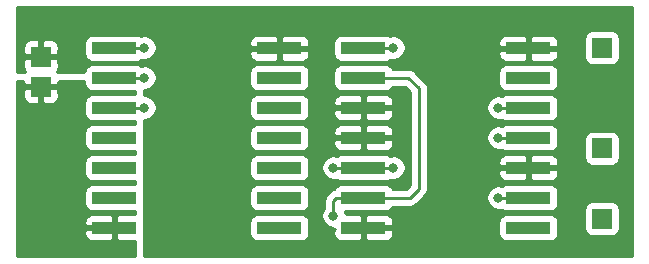
<source format=gtl>
%TF.GenerationSoftware,KiCad,Pcbnew,5.1.6*%
%TF.CreationDate,2020-09-24T12:30:59+09:00*%
%TF.ProjectId,circuit-2,63697263-7569-4742-9d32-2e6b69636164,rev?*%
%TF.SameCoordinates,Original*%
%TF.FileFunction,Copper,L1,Top*%
%TF.FilePolarity,Positive*%
%FSLAX46Y46*%
G04 Gerber Fmt 4.6, Leading zero omitted, Abs format (unit mm)*
G04 Created by KiCad (PCBNEW 5.1.6) date 2020-09-24 12:30:59*
%MOMM*%
%LPD*%
G01*
G04 APERTURE LIST*
%TA.AperFunction,ComponentPad*%
%ADD10R,1.700000X1.700000*%
%TD*%
%TA.AperFunction,SMDPad,CuDef*%
%ADD11R,3.810000X1.000000*%
%TD*%
%TA.AperFunction,ViaPad*%
%ADD12C,0.800000*%
%TD*%
%TA.AperFunction,Conductor*%
%ADD13C,0.250000*%
%TD*%
%TA.AperFunction,Conductor*%
%ADD14C,0.254000*%
%TD*%
G04 APERTURE END LIST*
D10*
%TO.P,Q0,1*%
%TO.N,Net-(J3-Pad1)*%
X97536000Y-57023000D03*
%TD*%
%TO.P,Q1,1*%
%TO.N,Net-(J4-Pad1)*%
X97536000Y-62992000D03*
%TD*%
D11*
%TO.P,74LS73,1*%
%TO.N,CK*%
X77343000Y-48564800D03*
%TO.P,74LS73,2*%
%TO.N,Net-(U1-Pad2)*%
X77343000Y-51054000D03*
%TO.P,74LS73,3*%
%TO.N,VCC*%
X77343000Y-53594000D03*
%TO.P,74LS73,4*%
X77343000Y-56134000D03*
%TO.P,74LS73,5*%
%TO.N,Net-(J3-Pad1)*%
X77343000Y-58674000D03*
%TO.P,74LS73,6*%
%TO.N,Net-(U1-Pad2)*%
X77343000Y-61214000D03*
%TO.P,74LS73,7*%
%TO.N,VCC*%
X77343000Y-63754000D03*
%TO.P,74LS73,14*%
X91313000Y-48564800D03*
%TO.P,74LS73,13*%
%TO.N,Net-(U1-Pad13)*%
X91313000Y-51054000D03*
%TO.P,74LS73,8*%
%TO.N,Net-(U1-Pad8)*%
X91313000Y-63754000D03*
%TO.P,74LS73,10*%
%TO.N,VCC*%
X91313000Y-58674000D03*
%TO.P,74LS73,9*%
%TO.N,Net-(J4-Pad1)*%
X91313000Y-61214000D03*
%TO.P,74LS73,11*%
%TO.N,GND*%
X91313000Y-56134000D03*
%TO.P,74LS73,12*%
%TO.N,Net-(J3-Pad1)*%
X91313000Y-53594000D03*
%TD*%
%TO.P,74LS00,12*%
%TO.N,N/C*%
X70231000Y-53594000D03*
%TO.P,74LS00,11*%
X70231000Y-56134000D03*
%TO.P,74LS00,9*%
X70231000Y-61214000D03*
%TO.P,74LS00,10*%
X70231000Y-58674000D03*
%TO.P,74LS00,8*%
X70231000Y-63754000D03*
%TO.P,74LS00,13*%
X70231000Y-51054000D03*
%TO.P,74LS00,14*%
%TO.N,VCC*%
X70231000Y-48564800D03*
%TO.P,74LS00,7*%
%TO.N,GND*%
X56261000Y-63754000D03*
%TO.P,74LS00,6*%
%TO.N,N/C*%
X56261000Y-61214000D03*
%TO.P,74LS00,5*%
X56261000Y-58674000D03*
%TO.P,74LS00,4*%
X56261000Y-56134000D03*
%TO.P,74LS00,3*%
%TO.N,Net-(U1-Pad2)*%
X56261000Y-53594000D03*
%TO.P,74LS00,2*%
%TO.N,Net-(J4-Pad1)*%
X56261000Y-51054000D03*
%TO.P,74LS00,1*%
%TO.N,Net-(J3-Pad1)*%
X56261000Y-48564800D03*
%TD*%
D10*
%TO.P,Vcc,1*%
%TO.N,VCC*%
X50038000Y-49276000D03*
%TD*%
%TO.P,Clock,1*%
%TO.N,CK*%
X97536000Y-48514000D03*
%TD*%
%TO.P,GND,1*%
%TO.N,GND*%
X50038000Y-51816000D03*
%TD*%
D12*
%TO.N,GND*%
X48768000Y-65405000D03*
X88773000Y-56134000D03*
%TO.N,CK*%
X79883000Y-48514000D03*
%TO.N,Net-(J3-Pad1)*%
X88773000Y-53594000D03*
X79883000Y-58674000D03*
X74803000Y-58674000D03*
X58801000Y-48514000D03*
%TO.N,Net-(J4-Pad1)*%
X58801000Y-51054000D03*
X88773000Y-61214000D03*
%TO.N,Net-(U1-Pad2)*%
X74803000Y-62738000D03*
X58801000Y-53594000D03*
%TD*%
D13*
%TO.N,VCC*%
X50038000Y-49276000D02*
X50038000Y-46990000D01*
X50038000Y-46990000D02*
X50927000Y-46101000D01*
X50927000Y-46101000D02*
X69469000Y-46101000D01*
X70231000Y-46863000D02*
X70231000Y-48564800D01*
X69469000Y-46101000D02*
X70231000Y-46863000D01*
X90678000Y-46101000D02*
X91313000Y-46736000D01*
X69469000Y-46101000D02*
X73914000Y-46101000D01*
X74803000Y-53594000D02*
X77343000Y-53594000D01*
X73914000Y-52705000D02*
X74803000Y-53594000D01*
X73914000Y-52705000D02*
X73914000Y-55245000D01*
X74803000Y-56134000D02*
X77343000Y-56134000D01*
X73914000Y-55245000D02*
X74803000Y-56134000D01*
X73914000Y-46101000D02*
X87122000Y-46101000D01*
X87122000Y-46101000D02*
X90678000Y-46101000D01*
X88265000Y-58674000D02*
X91313000Y-58674000D01*
%TO.N,GND*%
X50800000Y-63754000D02*
X56261000Y-63754000D01*
X50038000Y-62992000D02*
X50800000Y-63754000D01*
X91313000Y-56134000D02*
X88773000Y-56134000D01*
%TO.N,CK*%
X77393800Y-48514000D02*
X77343000Y-48564800D01*
X79883000Y-48514000D02*
X77393800Y-48514000D01*
%TO.N,Net-(J3-Pad1)*%
X91313000Y-53594000D02*
X88773000Y-53594000D01*
X79883000Y-58674000D02*
X77343000Y-58674000D01*
X74803000Y-58674000D02*
X77343000Y-58674000D01*
X58750200Y-48564800D02*
X58801000Y-48514000D01*
X56261000Y-48564800D02*
X58750200Y-48564800D01*
%TO.N,Net-(J4-Pad1)*%
X56261000Y-51054000D02*
X58801000Y-51054000D01*
X88773000Y-61214000D02*
X91313000Y-61214000D01*
%TO.N,Net-(U1-Pad2)*%
X77343000Y-51054000D02*
X81153000Y-51054000D01*
X81153000Y-51054000D02*
X82042000Y-51943000D01*
X82042000Y-51943000D02*
X82042000Y-60452000D01*
X81280000Y-61214000D02*
X77343000Y-61214000D01*
X82042000Y-60452000D02*
X81280000Y-61214000D01*
X77343000Y-61214000D02*
X75057000Y-61214000D01*
X74803000Y-61468000D02*
X74803000Y-62738000D01*
X75057000Y-61214000D02*
X74803000Y-61468000D01*
X56261000Y-53594000D02*
X58801000Y-53594000D01*
%TD*%
D14*
%TO.N,GND*%
G36*
X48553000Y-51530250D02*
G01*
X48711750Y-51689000D01*
X49911000Y-51689000D01*
X49911000Y-51669000D01*
X50165000Y-51669000D01*
X50165000Y-51689000D01*
X51364250Y-51689000D01*
X51523000Y-51530250D01*
X51524210Y-51308000D01*
X53717928Y-51308000D01*
X53717928Y-51554000D01*
X53730188Y-51678482D01*
X53766498Y-51798180D01*
X53825463Y-51908494D01*
X53904815Y-52005185D01*
X54001506Y-52084537D01*
X54111820Y-52143502D01*
X54231518Y-52179812D01*
X54356000Y-52192072D01*
X58039000Y-52192072D01*
X58039000Y-52455928D01*
X54356000Y-52455928D01*
X54231518Y-52468188D01*
X54111820Y-52504498D01*
X54001506Y-52563463D01*
X53904815Y-52642815D01*
X53825463Y-52739506D01*
X53766498Y-52849820D01*
X53730188Y-52969518D01*
X53717928Y-53094000D01*
X53717928Y-54094000D01*
X53730188Y-54218482D01*
X53766498Y-54338180D01*
X53825463Y-54448494D01*
X53904815Y-54545185D01*
X54001506Y-54624537D01*
X54111820Y-54683502D01*
X54231518Y-54719812D01*
X54356000Y-54732072D01*
X58039000Y-54732072D01*
X58039000Y-54995928D01*
X54356000Y-54995928D01*
X54231518Y-55008188D01*
X54111820Y-55044498D01*
X54001506Y-55103463D01*
X53904815Y-55182815D01*
X53825463Y-55279506D01*
X53766498Y-55389820D01*
X53730188Y-55509518D01*
X53717928Y-55634000D01*
X53717928Y-56634000D01*
X53730188Y-56758482D01*
X53766498Y-56878180D01*
X53825463Y-56988494D01*
X53904815Y-57085185D01*
X54001506Y-57164537D01*
X54111820Y-57223502D01*
X54231518Y-57259812D01*
X54356000Y-57272072D01*
X58039000Y-57272072D01*
X58039000Y-57535928D01*
X54356000Y-57535928D01*
X54231518Y-57548188D01*
X54111820Y-57584498D01*
X54001506Y-57643463D01*
X53904815Y-57722815D01*
X53825463Y-57819506D01*
X53766498Y-57929820D01*
X53730188Y-58049518D01*
X53717928Y-58174000D01*
X53717928Y-59174000D01*
X53730188Y-59298482D01*
X53766498Y-59418180D01*
X53825463Y-59528494D01*
X53904815Y-59625185D01*
X54001506Y-59704537D01*
X54111820Y-59763502D01*
X54231518Y-59799812D01*
X54356000Y-59812072D01*
X58039000Y-59812072D01*
X58039000Y-60075928D01*
X54356000Y-60075928D01*
X54231518Y-60088188D01*
X54111820Y-60124498D01*
X54001506Y-60183463D01*
X53904815Y-60262815D01*
X53825463Y-60359506D01*
X53766498Y-60469820D01*
X53730188Y-60589518D01*
X53717928Y-60714000D01*
X53717928Y-61714000D01*
X53730188Y-61838482D01*
X53766498Y-61958180D01*
X53825463Y-62068494D01*
X53904815Y-62165185D01*
X54001506Y-62244537D01*
X54111820Y-62303502D01*
X54231518Y-62339812D01*
X54356000Y-62352072D01*
X58039000Y-62352072D01*
X58039000Y-62616169D01*
X56546750Y-62619000D01*
X56388000Y-62777750D01*
X56388000Y-63627000D01*
X56408000Y-63627000D01*
X56408000Y-63881000D01*
X56388000Y-63881000D01*
X56388000Y-64730250D01*
X56546750Y-64889000D01*
X58039000Y-64891831D01*
X58039000Y-66167000D01*
X48006000Y-66167000D01*
X48006000Y-64254000D01*
X53717928Y-64254000D01*
X53730188Y-64378482D01*
X53766498Y-64498180D01*
X53825463Y-64608494D01*
X53904815Y-64705185D01*
X54001506Y-64784537D01*
X54111820Y-64843502D01*
X54231518Y-64879812D01*
X54356000Y-64892072D01*
X55975250Y-64889000D01*
X56134000Y-64730250D01*
X56134000Y-63881000D01*
X53879750Y-63881000D01*
X53721000Y-64039750D01*
X53717928Y-64254000D01*
X48006000Y-64254000D01*
X48006000Y-63254000D01*
X53717928Y-63254000D01*
X53721000Y-63468250D01*
X53879750Y-63627000D01*
X56134000Y-63627000D01*
X56134000Y-62777750D01*
X55975250Y-62619000D01*
X54356000Y-62615928D01*
X54231518Y-62628188D01*
X54111820Y-62664498D01*
X54001506Y-62723463D01*
X53904815Y-62802815D01*
X53825463Y-62899506D01*
X53766498Y-63009820D01*
X53730188Y-63129518D01*
X53717928Y-63254000D01*
X48006000Y-63254000D01*
X48006000Y-52666000D01*
X48549928Y-52666000D01*
X48562188Y-52790482D01*
X48598498Y-52910180D01*
X48657463Y-53020494D01*
X48736815Y-53117185D01*
X48833506Y-53196537D01*
X48943820Y-53255502D01*
X49063518Y-53291812D01*
X49188000Y-53304072D01*
X49752250Y-53301000D01*
X49911000Y-53142250D01*
X49911000Y-51943000D01*
X50165000Y-51943000D01*
X50165000Y-53142250D01*
X50323750Y-53301000D01*
X50888000Y-53304072D01*
X51012482Y-53291812D01*
X51132180Y-53255502D01*
X51242494Y-53196537D01*
X51339185Y-53117185D01*
X51418537Y-53020494D01*
X51477502Y-52910180D01*
X51513812Y-52790482D01*
X51526072Y-52666000D01*
X51523000Y-52101750D01*
X51364250Y-51943000D01*
X50165000Y-51943000D01*
X49911000Y-51943000D01*
X48711750Y-51943000D01*
X48553000Y-52101750D01*
X48549928Y-52666000D01*
X48006000Y-52666000D01*
X48006000Y-51308000D01*
X48551790Y-51308000D01*
X48553000Y-51530250D01*
G37*
X48553000Y-51530250D02*
X48711750Y-51689000D01*
X49911000Y-51689000D01*
X49911000Y-51669000D01*
X50165000Y-51669000D01*
X50165000Y-51689000D01*
X51364250Y-51689000D01*
X51523000Y-51530250D01*
X51524210Y-51308000D01*
X53717928Y-51308000D01*
X53717928Y-51554000D01*
X53730188Y-51678482D01*
X53766498Y-51798180D01*
X53825463Y-51908494D01*
X53904815Y-52005185D01*
X54001506Y-52084537D01*
X54111820Y-52143502D01*
X54231518Y-52179812D01*
X54356000Y-52192072D01*
X58039000Y-52192072D01*
X58039000Y-52455928D01*
X54356000Y-52455928D01*
X54231518Y-52468188D01*
X54111820Y-52504498D01*
X54001506Y-52563463D01*
X53904815Y-52642815D01*
X53825463Y-52739506D01*
X53766498Y-52849820D01*
X53730188Y-52969518D01*
X53717928Y-53094000D01*
X53717928Y-54094000D01*
X53730188Y-54218482D01*
X53766498Y-54338180D01*
X53825463Y-54448494D01*
X53904815Y-54545185D01*
X54001506Y-54624537D01*
X54111820Y-54683502D01*
X54231518Y-54719812D01*
X54356000Y-54732072D01*
X58039000Y-54732072D01*
X58039000Y-54995928D01*
X54356000Y-54995928D01*
X54231518Y-55008188D01*
X54111820Y-55044498D01*
X54001506Y-55103463D01*
X53904815Y-55182815D01*
X53825463Y-55279506D01*
X53766498Y-55389820D01*
X53730188Y-55509518D01*
X53717928Y-55634000D01*
X53717928Y-56634000D01*
X53730188Y-56758482D01*
X53766498Y-56878180D01*
X53825463Y-56988494D01*
X53904815Y-57085185D01*
X54001506Y-57164537D01*
X54111820Y-57223502D01*
X54231518Y-57259812D01*
X54356000Y-57272072D01*
X58039000Y-57272072D01*
X58039000Y-57535928D01*
X54356000Y-57535928D01*
X54231518Y-57548188D01*
X54111820Y-57584498D01*
X54001506Y-57643463D01*
X53904815Y-57722815D01*
X53825463Y-57819506D01*
X53766498Y-57929820D01*
X53730188Y-58049518D01*
X53717928Y-58174000D01*
X53717928Y-59174000D01*
X53730188Y-59298482D01*
X53766498Y-59418180D01*
X53825463Y-59528494D01*
X53904815Y-59625185D01*
X54001506Y-59704537D01*
X54111820Y-59763502D01*
X54231518Y-59799812D01*
X54356000Y-59812072D01*
X58039000Y-59812072D01*
X58039000Y-60075928D01*
X54356000Y-60075928D01*
X54231518Y-60088188D01*
X54111820Y-60124498D01*
X54001506Y-60183463D01*
X53904815Y-60262815D01*
X53825463Y-60359506D01*
X53766498Y-60469820D01*
X53730188Y-60589518D01*
X53717928Y-60714000D01*
X53717928Y-61714000D01*
X53730188Y-61838482D01*
X53766498Y-61958180D01*
X53825463Y-62068494D01*
X53904815Y-62165185D01*
X54001506Y-62244537D01*
X54111820Y-62303502D01*
X54231518Y-62339812D01*
X54356000Y-62352072D01*
X58039000Y-62352072D01*
X58039000Y-62616169D01*
X56546750Y-62619000D01*
X56388000Y-62777750D01*
X56388000Y-63627000D01*
X56408000Y-63627000D01*
X56408000Y-63881000D01*
X56388000Y-63881000D01*
X56388000Y-64730250D01*
X56546750Y-64889000D01*
X58039000Y-64891831D01*
X58039000Y-66167000D01*
X48006000Y-66167000D01*
X48006000Y-64254000D01*
X53717928Y-64254000D01*
X53730188Y-64378482D01*
X53766498Y-64498180D01*
X53825463Y-64608494D01*
X53904815Y-64705185D01*
X54001506Y-64784537D01*
X54111820Y-64843502D01*
X54231518Y-64879812D01*
X54356000Y-64892072D01*
X55975250Y-64889000D01*
X56134000Y-64730250D01*
X56134000Y-63881000D01*
X53879750Y-63881000D01*
X53721000Y-64039750D01*
X53717928Y-64254000D01*
X48006000Y-64254000D01*
X48006000Y-63254000D01*
X53717928Y-63254000D01*
X53721000Y-63468250D01*
X53879750Y-63627000D01*
X56134000Y-63627000D01*
X56134000Y-62777750D01*
X55975250Y-62619000D01*
X54356000Y-62615928D01*
X54231518Y-62628188D01*
X54111820Y-62664498D01*
X54001506Y-62723463D01*
X53904815Y-62802815D01*
X53825463Y-62899506D01*
X53766498Y-63009820D01*
X53730188Y-63129518D01*
X53717928Y-63254000D01*
X48006000Y-63254000D01*
X48006000Y-52666000D01*
X48549928Y-52666000D01*
X48562188Y-52790482D01*
X48598498Y-52910180D01*
X48657463Y-53020494D01*
X48736815Y-53117185D01*
X48833506Y-53196537D01*
X48943820Y-53255502D01*
X49063518Y-53291812D01*
X49188000Y-53304072D01*
X49752250Y-53301000D01*
X49911000Y-53142250D01*
X49911000Y-51943000D01*
X50165000Y-51943000D01*
X50165000Y-53142250D01*
X50323750Y-53301000D01*
X50888000Y-53304072D01*
X51012482Y-53291812D01*
X51132180Y-53255502D01*
X51242494Y-53196537D01*
X51339185Y-53117185D01*
X51418537Y-53020494D01*
X51477502Y-52910180D01*
X51513812Y-52790482D01*
X51526072Y-52666000D01*
X51523000Y-52101750D01*
X51364250Y-51943000D01*
X50165000Y-51943000D01*
X49911000Y-51943000D01*
X48711750Y-51943000D01*
X48553000Y-52101750D01*
X48549928Y-52666000D01*
X48006000Y-52666000D01*
X48006000Y-51308000D01*
X48551790Y-51308000D01*
X48553000Y-51530250D01*
%TO.N,VCC*%
G36*
X100083843Y-66167000D02*
G01*
X58801000Y-66167000D01*
X58801000Y-64285192D01*
X58804072Y-64254000D01*
X58804072Y-63254000D01*
X67687928Y-63254000D01*
X67687928Y-64254000D01*
X67700188Y-64378482D01*
X67736498Y-64498180D01*
X67795463Y-64608494D01*
X67874815Y-64705185D01*
X67971506Y-64784537D01*
X68081820Y-64843502D01*
X68201518Y-64879812D01*
X68326000Y-64892072D01*
X72136000Y-64892072D01*
X72260482Y-64879812D01*
X72380180Y-64843502D01*
X72490494Y-64784537D01*
X72587185Y-64705185D01*
X72666537Y-64608494D01*
X72725502Y-64498180D01*
X72761812Y-64378482D01*
X72774072Y-64254000D01*
X72774072Y-63254000D01*
X72761812Y-63129518D01*
X72725502Y-63009820D01*
X72666537Y-62899506D01*
X72587185Y-62802815D01*
X72490494Y-62723463D01*
X72380180Y-62664498D01*
X72286436Y-62636061D01*
X73768000Y-62636061D01*
X73768000Y-62839939D01*
X73807774Y-63039898D01*
X73885795Y-63228256D01*
X73999063Y-63397774D01*
X74143226Y-63541937D01*
X74312744Y-63655205D01*
X74501102Y-63733226D01*
X74701061Y-63773000D01*
X74803000Y-63773000D01*
X74803000Y-63881002D01*
X74961748Y-63881002D01*
X74803000Y-64039750D01*
X74799928Y-64254000D01*
X74812188Y-64378482D01*
X74848498Y-64498180D01*
X74907463Y-64608494D01*
X74986815Y-64705185D01*
X75083506Y-64784537D01*
X75193820Y-64843502D01*
X75313518Y-64879812D01*
X75438000Y-64892072D01*
X77057250Y-64889000D01*
X77216000Y-64730250D01*
X77216000Y-63881000D01*
X77470000Y-63881000D01*
X77470000Y-64730250D01*
X77628750Y-64889000D01*
X79248000Y-64892072D01*
X79372482Y-64879812D01*
X79492180Y-64843502D01*
X79602494Y-64784537D01*
X79699185Y-64705185D01*
X79778537Y-64608494D01*
X79837502Y-64498180D01*
X79873812Y-64378482D01*
X79886072Y-64254000D01*
X79883000Y-64039750D01*
X79724250Y-63881000D01*
X77470000Y-63881000D01*
X77216000Y-63881000D01*
X77196000Y-63881000D01*
X77196000Y-63627000D01*
X77216000Y-63627000D01*
X77216000Y-62777750D01*
X77470000Y-62777750D01*
X77470000Y-63627000D01*
X79724250Y-63627000D01*
X79883000Y-63468250D01*
X79886072Y-63254000D01*
X88769928Y-63254000D01*
X88769928Y-64254000D01*
X88782188Y-64378482D01*
X88818498Y-64498180D01*
X88877463Y-64608494D01*
X88956815Y-64705185D01*
X89053506Y-64784537D01*
X89163820Y-64843502D01*
X89283518Y-64879812D01*
X89408000Y-64892072D01*
X93218000Y-64892072D01*
X93342482Y-64879812D01*
X93462180Y-64843502D01*
X93572494Y-64784537D01*
X93669185Y-64705185D01*
X93748537Y-64608494D01*
X93807502Y-64498180D01*
X93843812Y-64378482D01*
X93856072Y-64254000D01*
X93856072Y-63254000D01*
X93843812Y-63129518D01*
X93807502Y-63009820D01*
X93748537Y-62899506D01*
X93669185Y-62802815D01*
X93572494Y-62723463D01*
X93462180Y-62664498D01*
X93342482Y-62628188D01*
X93218000Y-62615928D01*
X89408000Y-62615928D01*
X89283518Y-62628188D01*
X89163820Y-62664498D01*
X89053506Y-62723463D01*
X88956815Y-62802815D01*
X88877463Y-62899506D01*
X88818498Y-63009820D01*
X88782188Y-63129518D01*
X88769928Y-63254000D01*
X79886072Y-63254000D01*
X79873812Y-63129518D01*
X79837502Y-63009820D01*
X79778537Y-62899506D01*
X79699185Y-62802815D01*
X79602494Y-62723463D01*
X79492180Y-62664498D01*
X79372482Y-62628188D01*
X79248000Y-62615928D01*
X77628750Y-62619000D01*
X77470000Y-62777750D01*
X77216000Y-62777750D01*
X77057250Y-62619000D01*
X75834145Y-62616680D01*
X75798226Y-62436102D01*
X75763419Y-62352072D01*
X79248000Y-62352072D01*
X79372482Y-62339812D01*
X79492180Y-62303502D01*
X79602494Y-62244537D01*
X79699185Y-62165185D01*
X79778537Y-62068494D01*
X79829046Y-61974000D01*
X81242678Y-61974000D01*
X81280000Y-61977676D01*
X81317322Y-61974000D01*
X81317333Y-61974000D01*
X81428986Y-61963003D01*
X81572247Y-61919546D01*
X81704276Y-61848974D01*
X81820001Y-61754001D01*
X81843803Y-61724998D01*
X82456740Y-61112061D01*
X87738000Y-61112061D01*
X87738000Y-61315939D01*
X87777774Y-61515898D01*
X87855795Y-61704256D01*
X87969063Y-61873774D01*
X88113226Y-62017937D01*
X88282744Y-62131205D01*
X88471102Y-62209226D01*
X88671061Y-62249000D01*
X88874939Y-62249000D01*
X89023047Y-62219540D01*
X89053506Y-62244537D01*
X89163820Y-62303502D01*
X89283518Y-62339812D01*
X89408000Y-62352072D01*
X93218000Y-62352072D01*
X93342482Y-62339812D01*
X93462180Y-62303502D01*
X93572494Y-62244537D01*
X93669185Y-62165185D01*
X93688212Y-62142000D01*
X96047928Y-62142000D01*
X96047928Y-63842000D01*
X96060188Y-63966482D01*
X96096498Y-64086180D01*
X96155463Y-64196494D01*
X96234815Y-64293185D01*
X96331506Y-64372537D01*
X96441820Y-64431502D01*
X96561518Y-64467812D01*
X96686000Y-64480072D01*
X98386000Y-64480072D01*
X98510482Y-64467812D01*
X98630180Y-64431502D01*
X98740494Y-64372537D01*
X98837185Y-64293185D01*
X98916537Y-64196494D01*
X98975502Y-64086180D01*
X99011812Y-63966482D01*
X99024072Y-63842000D01*
X99024072Y-62142000D01*
X99011812Y-62017518D01*
X98975502Y-61897820D01*
X98916537Y-61787506D01*
X98837185Y-61690815D01*
X98740494Y-61611463D01*
X98630180Y-61552498D01*
X98510482Y-61516188D01*
X98386000Y-61503928D01*
X96686000Y-61503928D01*
X96561518Y-61516188D01*
X96441820Y-61552498D01*
X96331506Y-61611463D01*
X96234815Y-61690815D01*
X96155463Y-61787506D01*
X96096498Y-61897820D01*
X96060188Y-62017518D01*
X96047928Y-62142000D01*
X93688212Y-62142000D01*
X93748537Y-62068494D01*
X93807502Y-61958180D01*
X93843812Y-61838482D01*
X93856072Y-61714000D01*
X93856072Y-60714000D01*
X93843812Y-60589518D01*
X93807502Y-60469820D01*
X93748537Y-60359506D01*
X93669185Y-60262815D01*
X93572494Y-60183463D01*
X93462180Y-60124498D01*
X93342482Y-60088188D01*
X93218000Y-60075928D01*
X89408000Y-60075928D01*
X89283518Y-60088188D01*
X89163820Y-60124498D01*
X89053506Y-60183463D01*
X89023047Y-60208460D01*
X88874939Y-60179000D01*
X88671061Y-60179000D01*
X88471102Y-60218774D01*
X88282744Y-60296795D01*
X88113226Y-60410063D01*
X87969063Y-60554226D01*
X87855795Y-60723744D01*
X87777774Y-60912102D01*
X87738000Y-61112061D01*
X82456740Y-61112061D01*
X82553002Y-61015799D01*
X82582001Y-60992001D01*
X82676974Y-60876276D01*
X82747546Y-60744247D01*
X82791003Y-60600986D01*
X82802000Y-60489333D01*
X82802000Y-60489325D01*
X82805676Y-60452000D01*
X82802000Y-60414675D01*
X82802000Y-59174000D01*
X88769928Y-59174000D01*
X88782188Y-59298482D01*
X88818498Y-59418180D01*
X88877463Y-59528494D01*
X88956815Y-59625185D01*
X89053506Y-59704537D01*
X89163820Y-59763502D01*
X89283518Y-59799812D01*
X89408000Y-59812072D01*
X91027250Y-59809000D01*
X91186000Y-59650250D01*
X91186000Y-58801000D01*
X91440000Y-58801000D01*
X91440000Y-59650250D01*
X91598750Y-59809000D01*
X93218000Y-59812072D01*
X93342482Y-59799812D01*
X93462180Y-59763502D01*
X93572494Y-59704537D01*
X93669185Y-59625185D01*
X93748537Y-59528494D01*
X93807502Y-59418180D01*
X93843812Y-59298482D01*
X93856072Y-59174000D01*
X93853000Y-58959750D01*
X93694250Y-58801000D01*
X91440000Y-58801000D01*
X91186000Y-58801000D01*
X88931750Y-58801000D01*
X88773000Y-58959750D01*
X88769928Y-59174000D01*
X82802000Y-59174000D01*
X82802000Y-58174000D01*
X88769928Y-58174000D01*
X88773000Y-58388250D01*
X88931750Y-58547000D01*
X91186000Y-58547000D01*
X91186000Y-57697750D01*
X91440000Y-57697750D01*
X91440000Y-58547000D01*
X93694250Y-58547000D01*
X93853000Y-58388250D01*
X93856072Y-58174000D01*
X93843812Y-58049518D01*
X93807502Y-57929820D01*
X93748537Y-57819506D01*
X93669185Y-57722815D01*
X93572494Y-57643463D01*
X93462180Y-57584498D01*
X93342482Y-57548188D01*
X93218000Y-57535928D01*
X91598750Y-57539000D01*
X91440000Y-57697750D01*
X91186000Y-57697750D01*
X91027250Y-57539000D01*
X89408000Y-57535928D01*
X89283518Y-57548188D01*
X89163820Y-57584498D01*
X89053506Y-57643463D01*
X88956815Y-57722815D01*
X88877463Y-57819506D01*
X88818498Y-57929820D01*
X88782188Y-58049518D01*
X88769928Y-58174000D01*
X82802000Y-58174000D01*
X82802000Y-56032061D01*
X87738000Y-56032061D01*
X87738000Y-56235939D01*
X87777774Y-56435898D01*
X87855795Y-56624256D01*
X87969063Y-56793774D01*
X88113226Y-56937937D01*
X88282744Y-57051205D01*
X88471102Y-57129226D01*
X88671061Y-57169000D01*
X88874939Y-57169000D01*
X89023047Y-57139540D01*
X89053506Y-57164537D01*
X89163820Y-57223502D01*
X89283518Y-57259812D01*
X89408000Y-57272072D01*
X93218000Y-57272072D01*
X93342482Y-57259812D01*
X93462180Y-57223502D01*
X93572494Y-57164537D01*
X93669185Y-57085185D01*
X93748537Y-56988494D01*
X93807502Y-56878180D01*
X93843812Y-56758482D01*
X93856072Y-56634000D01*
X93856072Y-56173000D01*
X96047928Y-56173000D01*
X96047928Y-57873000D01*
X96060188Y-57997482D01*
X96096498Y-58117180D01*
X96155463Y-58227494D01*
X96234815Y-58324185D01*
X96331506Y-58403537D01*
X96441820Y-58462502D01*
X96561518Y-58498812D01*
X96686000Y-58511072D01*
X98386000Y-58511072D01*
X98510482Y-58498812D01*
X98630180Y-58462502D01*
X98740494Y-58403537D01*
X98837185Y-58324185D01*
X98916537Y-58227494D01*
X98975502Y-58117180D01*
X99011812Y-57997482D01*
X99024072Y-57873000D01*
X99024072Y-56173000D01*
X99011812Y-56048518D01*
X98975502Y-55928820D01*
X98916537Y-55818506D01*
X98837185Y-55721815D01*
X98740494Y-55642463D01*
X98630180Y-55583498D01*
X98510482Y-55547188D01*
X98386000Y-55534928D01*
X96686000Y-55534928D01*
X96561518Y-55547188D01*
X96441820Y-55583498D01*
X96331506Y-55642463D01*
X96234815Y-55721815D01*
X96155463Y-55818506D01*
X96096498Y-55928820D01*
X96060188Y-56048518D01*
X96047928Y-56173000D01*
X93856072Y-56173000D01*
X93856072Y-55634000D01*
X93843812Y-55509518D01*
X93807502Y-55389820D01*
X93748537Y-55279506D01*
X93669185Y-55182815D01*
X93572494Y-55103463D01*
X93462180Y-55044498D01*
X93342482Y-55008188D01*
X93218000Y-54995928D01*
X89408000Y-54995928D01*
X89283518Y-55008188D01*
X89163820Y-55044498D01*
X89053506Y-55103463D01*
X89023047Y-55128460D01*
X88874939Y-55099000D01*
X88671061Y-55099000D01*
X88471102Y-55138774D01*
X88282744Y-55216795D01*
X88113226Y-55330063D01*
X87969063Y-55474226D01*
X87855795Y-55643744D01*
X87777774Y-55832102D01*
X87738000Y-56032061D01*
X82802000Y-56032061D01*
X82802000Y-53492061D01*
X87738000Y-53492061D01*
X87738000Y-53695939D01*
X87777774Y-53895898D01*
X87855795Y-54084256D01*
X87969063Y-54253774D01*
X88113226Y-54397937D01*
X88282744Y-54511205D01*
X88471102Y-54589226D01*
X88671061Y-54629000D01*
X88874939Y-54629000D01*
X89023047Y-54599540D01*
X89053506Y-54624537D01*
X89163820Y-54683502D01*
X89283518Y-54719812D01*
X89408000Y-54732072D01*
X93218000Y-54732072D01*
X93342482Y-54719812D01*
X93462180Y-54683502D01*
X93572494Y-54624537D01*
X93669185Y-54545185D01*
X93748537Y-54448494D01*
X93807502Y-54338180D01*
X93843812Y-54218482D01*
X93856072Y-54094000D01*
X93856072Y-53094000D01*
X93843812Y-52969518D01*
X93807502Y-52849820D01*
X93748537Y-52739506D01*
X93669185Y-52642815D01*
X93572494Y-52563463D01*
X93462180Y-52504498D01*
X93342482Y-52468188D01*
X93218000Y-52455928D01*
X89408000Y-52455928D01*
X89283518Y-52468188D01*
X89163820Y-52504498D01*
X89053506Y-52563463D01*
X89023047Y-52588460D01*
X88874939Y-52559000D01*
X88671061Y-52559000D01*
X88471102Y-52598774D01*
X88282744Y-52676795D01*
X88113226Y-52790063D01*
X87969063Y-52934226D01*
X87855795Y-53103744D01*
X87777774Y-53292102D01*
X87738000Y-53492061D01*
X82802000Y-53492061D01*
X82802000Y-51980323D01*
X82805676Y-51943000D01*
X82802000Y-51905677D01*
X82802000Y-51905667D01*
X82791003Y-51794014D01*
X82747546Y-51650753D01*
X82676974Y-51518724D01*
X82582001Y-51402999D01*
X82553004Y-51379202D01*
X81727802Y-50554000D01*
X88769928Y-50554000D01*
X88769928Y-51554000D01*
X88782188Y-51678482D01*
X88818498Y-51798180D01*
X88877463Y-51908494D01*
X88956815Y-52005185D01*
X89053506Y-52084537D01*
X89163820Y-52143502D01*
X89283518Y-52179812D01*
X89408000Y-52192072D01*
X93218000Y-52192072D01*
X93342482Y-52179812D01*
X93462180Y-52143502D01*
X93572494Y-52084537D01*
X93669185Y-52005185D01*
X93748537Y-51908494D01*
X93807502Y-51798180D01*
X93843812Y-51678482D01*
X93856072Y-51554000D01*
X93856072Y-50554000D01*
X93843812Y-50429518D01*
X93807502Y-50309820D01*
X93748537Y-50199506D01*
X93669185Y-50102815D01*
X93572494Y-50023463D01*
X93462180Y-49964498D01*
X93342482Y-49928188D01*
X93218000Y-49915928D01*
X89408000Y-49915928D01*
X89283518Y-49928188D01*
X89163820Y-49964498D01*
X89053506Y-50023463D01*
X88956815Y-50102815D01*
X88877463Y-50199506D01*
X88818498Y-50309820D01*
X88782188Y-50429518D01*
X88769928Y-50554000D01*
X81727802Y-50554000D01*
X81716803Y-50543002D01*
X81693001Y-50513999D01*
X81577276Y-50419026D01*
X81445247Y-50348454D01*
X81301986Y-50304997D01*
X81190333Y-50294000D01*
X81190322Y-50294000D01*
X81153000Y-50290324D01*
X81115678Y-50294000D01*
X79829046Y-50294000D01*
X79778537Y-50199506D01*
X79699185Y-50102815D01*
X79602494Y-50023463D01*
X79492180Y-49964498D01*
X79372482Y-49928188D01*
X79248000Y-49915928D01*
X75438000Y-49915928D01*
X75313518Y-49928188D01*
X75193820Y-49964498D01*
X75083506Y-50023463D01*
X74986815Y-50102815D01*
X74907463Y-50199506D01*
X74848498Y-50309820D01*
X74812188Y-50429518D01*
X74799928Y-50554000D01*
X74799928Y-51554000D01*
X74812188Y-51678482D01*
X74848498Y-51798180D01*
X74907463Y-51908494D01*
X74986815Y-52005185D01*
X75083506Y-52084537D01*
X75193820Y-52143502D01*
X75313518Y-52179812D01*
X75438000Y-52192072D01*
X79248000Y-52192072D01*
X79372482Y-52179812D01*
X79492180Y-52143502D01*
X79602494Y-52084537D01*
X79699185Y-52005185D01*
X79778537Y-51908494D01*
X79829046Y-51814000D01*
X80838199Y-51814000D01*
X81282000Y-52257802D01*
X81282001Y-60137197D01*
X80965199Y-60454000D01*
X79829046Y-60454000D01*
X79778537Y-60359506D01*
X79699185Y-60262815D01*
X79602494Y-60183463D01*
X79492180Y-60124498D01*
X79372482Y-60088188D01*
X79248000Y-60075928D01*
X75438000Y-60075928D01*
X75313518Y-60088188D01*
X75193820Y-60124498D01*
X75083506Y-60183463D01*
X74986815Y-60262815D01*
X74907463Y-60359506D01*
X74848498Y-60469820D01*
X74844078Y-60484392D01*
X74764753Y-60508454D01*
X74632724Y-60579026D01*
X74516999Y-60673999D01*
X74493196Y-60703003D01*
X74292003Y-60904196D01*
X74262999Y-60927999D01*
X74210474Y-60992001D01*
X74168026Y-61043724D01*
X74097455Y-61175753D01*
X74097454Y-61175754D01*
X74053997Y-61319015D01*
X74043000Y-61430668D01*
X74043000Y-61430678D01*
X74039324Y-61468000D01*
X74043000Y-61505323D01*
X74043000Y-62034289D01*
X73999063Y-62078226D01*
X73885795Y-62247744D01*
X73807774Y-62436102D01*
X73768000Y-62636061D01*
X72286436Y-62636061D01*
X72260482Y-62628188D01*
X72136000Y-62615928D01*
X68326000Y-62615928D01*
X68201518Y-62628188D01*
X68081820Y-62664498D01*
X67971506Y-62723463D01*
X67874815Y-62802815D01*
X67795463Y-62899506D01*
X67736498Y-63009820D01*
X67700188Y-63129518D01*
X67687928Y-63254000D01*
X58804072Y-63254000D01*
X58801000Y-63222808D01*
X58801000Y-61745192D01*
X58804072Y-61714000D01*
X58804072Y-60714000D01*
X67687928Y-60714000D01*
X67687928Y-61714000D01*
X67700188Y-61838482D01*
X67736498Y-61958180D01*
X67795463Y-62068494D01*
X67874815Y-62165185D01*
X67971506Y-62244537D01*
X68081820Y-62303502D01*
X68201518Y-62339812D01*
X68326000Y-62352072D01*
X72136000Y-62352072D01*
X72260482Y-62339812D01*
X72380180Y-62303502D01*
X72490494Y-62244537D01*
X72587185Y-62165185D01*
X72666537Y-62068494D01*
X72725502Y-61958180D01*
X72761812Y-61838482D01*
X72774072Y-61714000D01*
X72774072Y-60714000D01*
X72761812Y-60589518D01*
X72725502Y-60469820D01*
X72666537Y-60359506D01*
X72587185Y-60262815D01*
X72490494Y-60183463D01*
X72380180Y-60124498D01*
X72260482Y-60088188D01*
X72136000Y-60075928D01*
X68326000Y-60075928D01*
X68201518Y-60088188D01*
X68081820Y-60124498D01*
X67971506Y-60183463D01*
X67874815Y-60262815D01*
X67795463Y-60359506D01*
X67736498Y-60469820D01*
X67700188Y-60589518D01*
X67687928Y-60714000D01*
X58804072Y-60714000D01*
X58801000Y-60682808D01*
X58801000Y-59205192D01*
X58804072Y-59174000D01*
X58804072Y-58174000D01*
X67687928Y-58174000D01*
X67687928Y-59174000D01*
X67700188Y-59298482D01*
X67736498Y-59418180D01*
X67795463Y-59528494D01*
X67874815Y-59625185D01*
X67971506Y-59704537D01*
X68081820Y-59763502D01*
X68201518Y-59799812D01*
X68326000Y-59812072D01*
X72136000Y-59812072D01*
X72260482Y-59799812D01*
X72380180Y-59763502D01*
X72490494Y-59704537D01*
X72587185Y-59625185D01*
X72666537Y-59528494D01*
X72725502Y-59418180D01*
X72761812Y-59298482D01*
X72774072Y-59174000D01*
X72774072Y-58572061D01*
X73768000Y-58572061D01*
X73768000Y-58775939D01*
X73807774Y-58975898D01*
X73885795Y-59164256D01*
X73999063Y-59333774D01*
X74143226Y-59477937D01*
X74312744Y-59591205D01*
X74501102Y-59669226D01*
X74701061Y-59709000D01*
X74904939Y-59709000D01*
X75053047Y-59679540D01*
X75083506Y-59704537D01*
X75193820Y-59763502D01*
X75313518Y-59799812D01*
X75438000Y-59812072D01*
X79248000Y-59812072D01*
X79372482Y-59799812D01*
X79492180Y-59763502D01*
X79602494Y-59704537D01*
X79632953Y-59679540D01*
X79781061Y-59709000D01*
X79984939Y-59709000D01*
X80184898Y-59669226D01*
X80373256Y-59591205D01*
X80542774Y-59477937D01*
X80686937Y-59333774D01*
X80800205Y-59164256D01*
X80878226Y-58975898D01*
X80918000Y-58775939D01*
X80918000Y-58572061D01*
X80878226Y-58372102D01*
X80800205Y-58183744D01*
X80686937Y-58014226D01*
X80542774Y-57870063D01*
X80373256Y-57756795D01*
X80184898Y-57678774D01*
X79984939Y-57639000D01*
X79781061Y-57639000D01*
X79632953Y-57668460D01*
X79602494Y-57643463D01*
X79492180Y-57584498D01*
X79372482Y-57548188D01*
X79248000Y-57535928D01*
X75438000Y-57535928D01*
X75313518Y-57548188D01*
X75193820Y-57584498D01*
X75083506Y-57643463D01*
X75053047Y-57668460D01*
X74904939Y-57639000D01*
X74701061Y-57639000D01*
X74501102Y-57678774D01*
X74312744Y-57756795D01*
X74143226Y-57870063D01*
X73999063Y-58014226D01*
X73885795Y-58183744D01*
X73807774Y-58372102D01*
X73768000Y-58572061D01*
X72774072Y-58572061D01*
X72774072Y-58174000D01*
X72761812Y-58049518D01*
X72725502Y-57929820D01*
X72666537Y-57819506D01*
X72587185Y-57722815D01*
X72490494Y-57643463D01*
X72380180Y-57584498D01*
X72260482Y-57548188D01*
X72136000Y-57535928D01*
X68326000Y-57535928D01*
X68201518Y-57548188D01*
X68081820Y-57584498D01*
X67971506Y-57643463D01*
X67874815Y-57722815D01*
X67795463Y-57819506D01*
X67736498Y-57929820D01*
X67700188Y-58049518D01*
X67687928Y-58174000D01*
X58804072Y-58174000D01*
X58801000Y-58142808D01*
X58801000Y-56665192D01*
X58804072Y-56634000D01*
X58804072Y-55634000D01*
X67687928Y-55634000D01*
X67687928Y-56634000D01*
X67700188Y-56758482D01*
X67736498Y-56878180D01*
X67795463Y-56988494D01*
X67874815Y-57085185D01*
X67971506Y-57164537D01*
X68081820Y-57223502D01*
X68201518Y-57259812D01*
X68326000Y-57272072D01*
X72136000Y-57272072D01*
X72260482Y-57259812D01*
X72380180Y-57223502D01*
X72490494Y-57164537D01*
X72587185Y-57085185D01*
X72666537Y-56988494D01*
X72725502Y-56878180D01*
X72761812Y-56758482D01*
X72774072Y-56634000D01*
X74799928Y-56634000D01*
X74812188Y-56758482D01*
X74848498Y-56878180D01*
X74907463Y-56988494D01*
X74986815Y-57085185D01*
X75083506Y-57164537D01*
X75193820Y-57223502D01*
X75313518Y-57259812D01*
X75438000Y-57272072D01*
X77057250Y-57269000D01*
X77216000Y-57110250D01*
X77216000Y-56261000D01*
X77470000Y-56261000D01*
X77470000Y-57110250D01*
X77628750Y-57269000D01*
X79248000Y-57272072D01*
X79372482Y-57259812D01*
X79492180Y-57223502D01*
X79602494Y-57164537D01*
X79699185Y-57085185D01*
X79778537Y-56988494D01*
X79837502Y-56878180D01*
X79873812Y-56758482D01*
X79886072Y-56634000D01*
X79883000Y-56419750D01*
X79724250Y-56261000D01*
X77470000Y-56261000D01*
X77216000Y-56261000D01*
X74961750Y-56261000D01*
X74803000Y-56419750D01*
X74799928Y-56634000D01*
X72774072Y-56634000D01*
X72774072Y-55634000D01*
X74799928Y-55634000D01*
X74803000Y-55848250D01*
X74961750Y-56007000D01*
X77216000Y-56007000D01*
X77216000Y-55157750D01*
X77470000Y-55157750D01*
X77470000Y-56007000D01*
X79724250Y-56007000D01*
X79883000Y-55848250D01*
X79886072Y-55634000D01*
X79873812Y-55509518D01*
X79837502Y-55389820D01*
X79778537Y-55279506D01*
X79699185Y-55182815D01*
X79602494Y-55103463D01*
X79492180Y-55044498D01*
X79372482Y-55008188D01*
X79248000Y-54995928D01*
X77628750Y-54999000D01*
X77470000Y-55157750D01*
X77216000Y-55157750D01*
X77057250Y-54999000D01*
X75438000Y-54995928D01*
X75313518Y-55008188D01*
X75193820Y-55044498D01*
X75083506Y-55103463D01*
X74986815Y-55182815D01*
X74907463Y-55279506D01*
X74848498Y-55389820D01*
X74812188Y-55509518D01*
X74799928Y-55634000D01*
X72774072Y-55634000D01*
X72761812Y-55509518D01*
X72725502Y-55389820D01*
X72666537Y-55279506D01*
X72587185Y-55182815D01*
X72490494Y-55103463D01*
X72380180Y-55044498D01*
X72260482Y-55008188D01*
X72136000Y-54995928D01*
X68326000Y-54995928D01*
X68201518Y-55008188D01*
X68081820Y-55044498D01*
X67971506Y-55103463D01*
X67874815Y-55182815D01*
X67795463Y-55279506D01*
X67736498Y-55389820D01*
X67700188Y-55509518D01*
X67687928Y-55634000D01*
X58804072Y-55634000D01*
X58801000Y-55602808D01*
X58801000Y-54629000D01*
X58902939Y-54629000D01*
X59102898Y-54589226D01*
X59291256Y-54511205D01*
X59460774Y-54397937D01*
X59604937Y-54253774D01*
X59718205Y-54084256D01*
X59796226Y-53895898D01*
X59836000Y-53695939D01*
X59836000Y-53492061D01*
X59796226Y-53292102D01*
X59718205Y-53103744D01*
X59711695Y-53094000D01*
X67687928Y-53094000D01*
X67687928Y-54094000D01*
X67700188Y-54218482D01*
X67736498Y-54338180D01*
X67795463Y-54448494D01*
X67874815Y-54545185D01*
X67971506Y-54624537D01*
X68081820Y-54683502D01*
X68201518Y-54719812D01*
X68326000Y-54732072D01*
X72136000Y-54732072D01*
X72260482Y-54719812D01*
X72380180Y-54683502D01*
X72490494Y-54624537D01*
X72587185Y-54545185D01*
X72666537Y-54448494D01*
X72725502Y-54338180D01*
X72761812Y-54218482D01*
X72774072Y-54094000D01*
X74799928Y-54094000D01*
X74812188Y-54218482D01*
X74848498Y-54338180D01*
X74907463Y-54448494D01*
X74986815Y-54545185D01*
X75083506Y-54624537D01*
X75193820Y-54683502D01*
X75313518Y-54719812D01*
X75438000Y-54732072D01*
X77057250Y-54729000D01*
X77216000Y-54570250D01*
X77216000Y-53721000D01*
X77470000Y-53721000D01*
X77470000Y-54570250D01*
X77628750Y-54729000D01*
X79248000Y-54732072D01*
X79372482Y-54719812D01*
X79492180Y-54683502D01*
X79602494Y-54624537D01*
X79699185Y-54545185D01*
X79778537Y-54448494D01*
X79837502Y-54338180D01*
X79873812Y-54218482D01*
X79886072Y-54094000D01*
X79883000Y-53879750D01*
X79724250Y-53721000D01*
X77470000Y-53721000D01*
X77216000Y-53721000D01*
X74961750Y-53721000D01*
X74803000Y-53879750D01*
X74799928Y-54094000D01*
X72774072Y-54094000D01*
X72774072Y-53094000D01*
X74799928Y-53094000D01*
X74803000Y-53308250D01*
X74961750Y-53467000D01*
X77216000Y-53467000D01*
X77216000Y-52617750D01*
X77470000Y-52617750D01*
X77470000Y-53467000D01*
X79724250Y-53467000D01*
X79883000Y-53308250D01*
X79886072Y-53094000D01*
X79873812Y-52969518D01*
X79837502Y-52849820D01*
X79778537Y-52739506D01*
X79699185Y-52642815D01*
X79602494Y-52563463D01*
X79492180Y-52504498D01*
X79372482Y-52468188D01*
X79248000Y-52455928D01*
X77628750Y-52459000D01*
X77470000Y-52617750D01*
X77216000Y-52617750D01*
X77057250Y-52459000D01*
X75438000Y-52455928D01*
X75313518Y-52468188D01*
X75193820Y-52504498D01*
X75083506Y-52563463D01*
X74986815Y-52642815D01*
X74907463Y-52739506D01*
X74848498Y-52849820D01*
X74812188Y-52969518D01*
X74799928Y-53094000D01*
X72774072Y-53094000D01*
X72761812Y-52969518D01*
X72725502Y-52849820D01*
X72666537Y-52739506D01*
X72587185Y-52642815D01*
X72490494Y-52563463D01*
X72380180Y-52504498D01*
X72260482Y-52468188D01*
X72136000Y-52455928D01*
X68326000Y-52455928D01*
X68201518Y-52468188D01*
X68081820Y-52504498D01*
X67971506Y-52563463D01*
X67874815Y-52642815D01*
X67795463Y-52739506D01*
X67736498Y-52849820D01*
X67700188Y-52969518D01*
X67687928Y-53094000D01*
X59711695Y-53094000D01*
X59604937Y-52934226D01*
X59460774Y-52790063D01*
X59291256Y-52676795D01*
X59102898Y-52598774D01*
X58902939Y-52559000D01*
X58801000Y-52559000D01*
X58801000Y-52089000D01*
X58902939Y-52089000D01*
X59102898Y-52049226D01*
X59291256Y-51971205D01*
X59460774Y-51857937D01*
X59604937Y-51713774D01*
X59718205Y-51544256D01*
X59796226Y-51355898D01*
X59836000Y-51155939D01*
X59836000Y-50952061D01*
X59796226Y-50752102D01*
X59718205Y-50563744D01*
X59711695Y-50554000D01*
X67687928Y-50554000D01*
X67687928Y-51554000D01*
X67700188Y-51678482D01*
X67736498Y-51798180D01*
X67795463Y-51908494D01*
X67874815Y-52005185D01*
X67971506Y-52084537D01*
X68081820Y-52143502D01*
X68201518Y-52179812D01*
X68326000Y-52192072D01*
X72136000Y-52192072D01*
X72260482Y-52179812D01*
X72380180Y-52143502D01*
X72490494Y-52084537D01*
X72587185Y-52005185D01*
X72666537Y-51908494D01*
X72725502Y-51798180D01*
X72761812Y-51678482D01*
X72774072Y-51554000D01*
X72774072Y-50554000D01*
X72761812Y-50429518D01*
X72725502Y-50309820D01*
X72666537Y-50199506D01*
X72587185Y-50102815D01*
X72490494Y-50023463D01*
X72380180Y-49964498D01*
X72260482Y-49928188D01*
X72136000Y-49915928D01*
X68326000Y-49915928D01*
X68201518Y-49928188D01*
X68081820Y-49964498D01*
X67971506Y-50023463D01*
X67874815Y-50102815D01*
X67795463Y-50199506D01*
X67736498Y-50309820D01*
X67700188Y-50429518D01*
X67687928Y-50554000D01*
X59711695Y-50554000D01*
X59604937Y-50394226D01*
X59460774Y-50250063D01*
X59291256Y-50136795D01*
X59102898Y-50058774D01*
X58902939Y-50019000D01*
X58699061Y-50019000D01*
X58550953Y-50048460D01*
X58520494Y-50023463D01*
X58410180Y-49964498D01*
X58290482Y-49928188D01*
X58166000Y-49915928D01*
X54356000Y-49915928D01*
X54231518Y-49928188D01*
X54111820Y-49964498D01*
X54001506Y-50023463D01*
X53904815Y-50102815D01*
X53825463Y-50199506D01*
X53766498Y-50309820D01*
X53730188Y-50429518D01*
X53718716Y-50546000D01*
X51364778Y-50546000D01*
X51418537Y-50480494D01*
X51477502Y-50370180D01*
X51513812Y-50250482D01*
X51526072Y-50126000D01*
X51523000Y-49561750D01*
X51364250Y-49403000D01*
X50165000Y-49403000D01*
X50165000Y-49423000D01*
X49911000Y-49423000D01*
X49911000Y-49403000D01*
X48711750Y-49403000D01*
X48553000Y-49561750D01*
X48549928Y-50126000D01*
X48562188Y-50250482D01*
X48598498Y-50370180D01*
X48657463Y-50480494D01*
X48711222Y-50546000D01*
X48006000Y-50546000D01*
X48006000Y-48426000D01*
X48549928Y-48426000D01*
X48553000Y-48990250D01*
X48711750Y-49149000D01*
X49911000Y-49149000D01*
X49911000Y-47949750D01*
X50165000Y-47949750D01*
X50165000Y-49149000D01*
X51364250Y-49149000D01*
X51523000Y-48990250D01*
X51526072Y-48426000D01*
X51513812Y-48301518D01*
X51477502Y-48181820D01*
X51418537Y-48071506D01*
X51413034Y-48064800D01*
X53717928Y-48064800D01*
X53717928Y-49064800D01*
X53730188Y-49189282D01*
X53766498Y-49308980D01*
X53825463Y-49419294D01*
X53904815Y-49515985D01*
X54001506Y-49595337D01*
X54111820Y-49654302D01*
X54231518Y-49690612D01*
X54356000Y-49702872D01*
X58166000Y-49702872D01*
X58290482Y-49690612D01*
X58410180Y-49654302D01*
X58520494Y-49595337D01*
X58600777Y-49529450D01*
X58699061Y-49549000D01*
X58902939Y-49549000D01*
X59102898Y-49509226D01*
X59291256Y-49431205D01*
X59460774Y-49317937D01*
X59604937Y-49173774D01*
X59677750Y-49064800D01*
X67687928Y-49064800D01*
X67700188Y-49189282D01*
X67736498Y-49308980D01*
X67795463Y-49419294D01*
X67874815Y-49515985D01*
X67971506Y-49595337D01*
X68081820Y-49654302D01*
X68201518Y-49690612D01*
X68326000Y-49702872D01*
X69945250Y-49699800D01*
X70104000Y-49541050D01*
X70104000Y-48691800D01*
X70358000Y-48691800D01*
X70358000Y-49541050D01*
X70516750Y-49699800D01*
X72136000Y-49702872D01*
X72260482Y-49690612D01*
X72380180Y-49654302D01*
X72490494Y-49595337D01*
X72587185Y-49515985D01*
X72666537Y-49419294D01*
X72725502Y-49308980D01*
X72761812Y-49189282D01*
X72774072Y-49064800D01*
X72771000Y-48850550D01*
X72612250Y-48691800D01*
X70358000Y-48691800D01*
X70104000Y-48691800D01*
X67849750Y-48691800D01*
X67691000Y-48850550D01*
X67687928Y-49064800D01*
X59677750Y-49064800D01*
X59718205Y-49004256D01*
X59796226Y-48815898D01*
X59836000Y-48615939D01*
X59836000Y-48412061D01*
X59796226Y-48212102D01*
X59735212Y-48064800D01*
X67687928Y-48064800D01*
X67691000Y-48279050D01*
X67849750Y-48437800D01*
X70104000Y-48437800D01*
X70104000Y-47588550D01*
X70358000Y-47588550D01*
X70358000Y-48437800D01*
X72612250Y-48437800D01*
X72771000Y-48279050D01*
X72774072Y-48064800D01*
X74799928Y-48064800D01*
X74799928Y-49064800D01*
X74812188Y-49189282D01*
X74848498Y-49308980D01*
X74907463Y-49419294D01*
X74986815Y-49515985D01*
X75083506Y-49595337D01*
X75193820Y-49654302D01*
X75313518Y-49690612D01*
X75438000Y-49702872D01*
X79248000Y-49702872D01*
X79372482Y-49690612D01*
X79492180Y-49654302D01*
X79602494Y-49595337D01*
X79682777Y-49529450D01*
X79781061Y-49549000D01*
X79984939Y-49549000D01*
X80184898Y-49509226D01*
X80373256Y-49431205D01*
X80542774Y-49317937D01*
X80686937Y-49173774D01*
X80759750Y-49064800D01*
X88769928Y-49064800D01*
X88782188Y-49189282D01*
X88818498Y-49308980D01*
X88877463Y-49419294D01*
X88956815Y-49515985D01*
X89053506Y-49595337D01*
X89163820Y-49654302D01*
X89283518Y-49690612D01*
X89408000Y-49702872D01*
X91027250Y-49699800D01*
X91186000Y-49541050D01*
X91186000Y-48691800D01*
X91440000Y-48691800D01*
X91440000Y-49541050D01*
X91598750Y-49699800D01*
X93218000Y-49702872D01*
X93342482Y-49690612D01*
X93462180Y-49654302D01*
X93572494Y-49595337D01*
X93669185Y-49515985D01*
X93748537Y-49419294D01*
X93807502Y-49308980D01*
X93843812Y-49189282D01*
X93856072Y-49064800D01*
X93853000Y-48850550D01*
X93694250Y-48691800D01*
X91440000Y-48691800D01*
X91186000Y-48691800D01*
X88931750Y-48691800D01*
X88773000Y-48850550D01*
X88769928Y-49064800D01*
X80759750Y-49064800D01*
X80800205Y-49004256D01*
X80878226Y-48815898D01*
X80918000Y-48615939D01*
X80918000Y-48412061D01*
X80878226Y-48212102D01*
X80817212Y-48064800D01*
X88769928Y-48064800D01*
X88773000Y-48279050D01*
X88931750Y-48437800D01*
X91186000Y-48437800D01*
X91186000Y-47588550D01*
X91440000Y-47588550D01*
X91440000Y-48437800D01*
X93694250Y-48437800D01*
X93853000Y-48279050D01*
X93856072Y-48064800D01*
X93843812Y-47940318D01*
X93807502Y-47820620D01*
X93748537Y-47710306D01*
X93710535Y-47664000D01*
X96047928Y-47664000D01*
X96047928Y-49364000D01*
X96060188Y-49488482D01*
X96096498Y-49608180D01*
X96155463Y-49718494D01*
X96234815Y-49815185D01*
X96331506Y-49894537D01*
X96441820Y-49953502D01*
X96561518Y-49989812D01*
X96686000Y-50002072D01*
X98386000Y-50002072D01*
X98510482Y-49989812D01*
X98630180Y-49953502D01*
X98740494Y-49894537D01*
X98837185Y-49815185D01*
X98916537Y-49718494D01*
X98975502Y-49608180D01*
X99011812Y-49488482D01*
X99024072Y-49364000D01*
X99024072Y-47664000D01*
X99011812Y-47539518D01*
X98975502Y-47419820D01*
X98916537Y-47309506D01*
X98837185Y-47212815D01*
X98740494Y-47133463D01*
X98630180Y-47074498D01*
X98510482Y-47038188D01*
X98386000Y-47025928D01*
X96686000Y-47025928D01*
X96561518Y-47038188D01*
X96441820Y-47074498D01*
X96331506Y-47133463D01*
X96234815Y-47212815D01*
X96155463Y-47309506D01*
X96096498Y-47419820D01*
X96060188Y-47539518D01*
X96047928Y-47664000D01*
X93710535Y-47664000D01*
X93669185Y-47613615D01*
X93572494Y-47534263D01*
X93462180Y-47475298D01*
X93342482Y-47438988D01*
X93218000Y-47426728D01*
X91598750Y-47429800D01*
X91440000Y-47588550D01*
X91186000Y-47588550D01*
X91027250Y-47429800D01*
X89408000Y-47426728D01*
X89283518Y-47438988D01*
X89163820Y-47475298D01*
X89053506Y-47534263D01*
X88956815Y-47613615D01*
X88877463Y-47710306D01*
X88818498Y-47820620D01*
X88782188Y-47940318D01*
X88769928Y-48064800D01*
X80817212Y-48064800D01*
X80800205Y-48023744D01*
X80686937Y-47854226D01*
X80542774Y-47710063D01*
X80373256Y-47596795D01*
X80184898Y-47518774D01*
X79984939Y-47479000D01*
X79781061Y-47479000D01*
X79581102Y-47518774D01*
X79576828Y-47520544D01*
X79492180Y-47475298D01*
X79372482Y-47438988D01*
X79248000Y-47426728D01*
X75438000Y-47426728D01*
X75313518Y-47438988D01*
X75193820Y-47475298D01*
X75083506Y-47534263D01*
X74986815Y-47613615D01*
X74907463Y-47710306D01*
X74848498Y-47820620D01*
X74812188Y-47940318D01*
X74799928Y-48064800D01*
X72774072Y-48064800D01*
X72761812Y-47940318D01*
X72725502Y-47820620D01*
X72666537Y-47710306D01*
X72587185Y-47613615D01*
X72490494Y-47534263D01*
X72380180Y-47475298D01*
X72260482Y-47438988D01*
X72136000Y-47426728D01*
X70516750Y-47429800D01*
X70358000Y-47588550D01*
X70104000Y-47588550D01*
X69945250Y-47429800D01*
X68326000Y-47426728D01*
X68201518Y-47438988D01*
X68081820Y-47475298D01*
X67971506Y-47534263D01*
X67874815Y-47613615D01*
X67795463Y-47710306D01*
X67736498Y-47820620D01*
X67700188Y-47940318D01*
X67687928Y-48064800D01*
X59735212Y-48064800D01*
X59718205Y-48023744D01*
X59604937Y-47854226D01*
X59460774Y-47710063D01*
X59291256Y-47596795D01*
X59102898Y-47518774D01*
X58902939Y-47479000D01*
X58699061Y-47479000D01*
X58499102Y-47518774D01*
X58494828Y-47520544D01*
X58410180Y-47475298D01*
X58290482Y-47438988D01*
X58166000Y-47426728D01*
X54356000Y-47426728D01*
X54231518Y-47438988D01*
X54111820Y-47475298D01*
X54001506Y-47534263D01*
X53904815Y-47613615D01*
X53825463Y-47710306D01*
X53766498Y-47820620D01*
X53730188Y-47940318D01*
X53717928Y-48064800D01*
X51413034Y-48064800D01*
X51339185Y-47974815D01*
X51242494Y-47895463D01*
X51132180Y-47836498D01*
X51012482Y-47800188D01*
X50888000Y-47787928D01*
X50323750Y-47791000D01*
X50165000Y-47949750D01*
X49911000Y-47949750D01*
X49752250Y-47791000D01*
X49188000Y-47787928D01*
X49063518Y-47800188D01*
X48943820Y-47836498D01*
X48833506Y-47895463D01*
X48736815Y-47974815D01*
X48657463Y-48071506D01*
X48598498Y-48181820D01*
X48562188Y-48301518D01*
X48549928Y-48426000D01*
X48006000Y-48426000D01*
X48006000Y-45085000D01*
X100068157Y-45085000D01*
X100083843Y-66167000D01*
G37*
X100083843Y-66167000D02*
X58801000Y-66167000D01*
X58801000Y-64285192D01*
X58804072Y-64254000D01*
X58804072Y-63254000D01*
X67687928Y-63254000D01*
X67687928Y-64254000D01*
X67700188Y-64378482D01*
X67736498Y-64498180D01*
X67795463Y-64608494D01*
X67874815Y-64705185D01*
X67971506Y-64784537D01*
X68081820Y-64843502D01*
X68201518Y-64879812D01*
X68326000Y-64892072D01*
X72136000Y-64892072D01*
X72260482Y-64879812D01*
X72380180Y-64843502D01*
X72490494Y-64784537D01*
X72587185Y-64705185D01*
X72666537Y-64608494D01*
X72725502Y-64498180D01*
X72761812Y-64378482D01*
X72774072Y-64254000D01*
X72774072Y-63254000D01*
X72761812Y-63129518D01*
X72725502Y-63009820D01*
X72666537Y-62899506D01*
X72587185Y-62802815D01*
X72490494Y-62723463D01*
X72380180Y-62664498D01*
X72286436Y-62636061D01*
X73768000Y-62636061D01*
X73768000Y-62839939D01*
X73807774Y-63039898D01*
X73885795Y-63228256D01*
X73999063Y-63397774D01*
X74143226Y-63541937D01*
X74312744Y-63655205D01*
X74501102Y-63733226D01*
X74701061Y-63773000D01*
X74803000Y-63773000D01*
X74803000Y-63881002D01*
X74961748Y-63881002D01*
X74803000Y-64039750D01*
X74799928Y-64254000D01*
X74812188Y-64378482D01*
X74848498Y-64498180D01*
X74907463Y-64608494D01*
X74986815Y-64705185D01*
X75083506Y-64784537D01*
X75193820Y-64843502D01*
X75313518Y-64879812D01*
X75438000Y-64892072D01*
X77057250Y-64889000D01*
X77216000Y-64730250D01*
X77216000Y-63881000D01*
X77470000Y-63881000D01*
X77470000Y-64730250D01*
X77628750Y-64889000D01*
X79248000Y-64892072D01*
X79372482Y-64879812D01*
X79492180Y-64843502D01*
X79602494Y-64784537D01*
X79699185Y-64705185D01*
X79778537Y-64608494D01*
X79837502Y-64498180D01*
X79873812Y-64378482D01*
X79886072Y-64254000D01*
X79883000Y-64039750D01*
X79724250Y-63881000D01*
X77470000Y-63881000D01*
X77216000Y-63881000D01*
X77196000Y-63881000D01*
X77196000Y-63627000D01*
X77216000Y-63627000D01*
X77216000Y-62777750D01*
X77470000Y-62777750D01*
X77470000Y-63627000D01*
X79724250Y-63627000D01*
X79883000Y-63468250D01*
X79886072Y-63254000D01*
X88769928Y-63254000D01*
X88769928Y-64254000D01*
X88782188Y-64378482D01*
X88818498Y-64498180D01*
X88877463Y-64608494D01*
X88956815Y-64705185D01*
X89053506Y-64784537D01*
X89163820Y-64843502D01*
X89283518Y-64879812D01*
X89408000Y-64892072D01*
X93218000Y-64892072D01*
X93342482Y-64879812D01*
X93462180Y-64843502D01*
X93572494Y-64784537D01*
X93669185Y-64705185D01*
X93748537Y-64608494D01*
X93807502Y-64498180D01*
X93843812Y-64378482D01*
X93856072Y-64254000D01*
X93856072Y-63254000D01*
X93843812Y-63129518D01*
X93807502Y-63009820D01*
X93748537Y-62899506D01*
X93669185Y-62802815D01*
X93572494Y-62723463D01*
X93462180Y-62664498D01*
X93342482Y-62628188D01*
X93218000Y-62615928D01*
X89408000Y-62615928D01*
X89283518Y-62628188D01*
X89163820Y-62664498D01*
X89053506Y-62723463D01*
X88956815Y-62802815D01*
X88877463Y-62899506D01*
X88818498Y-63009820D01*
X88782188Y-63129518D01*
X88769928Y-63254000D01*
X79886072Y-63254000D01*
X79873812Y-63129518D01*
X79837502Y-63009820D01*
X79778537Y-62899506D01*
X79699185Y-62802815D01*
X79602494Y-62723463D01*
X79492180Y-62664498D01*
X79372482Y-62628188D01*
X79248000Y-62615928D01*
X77628750Y-62619000D01*
X77470000Y-62777750D01*
X77216000Y-62777750D01*
X77057250Y-62619000D01*
X75834145Y-62616680D01*
X75798226Y-62436102D01*
X75763419Y-62352072D01*
X79248000Y-62352072D01*
X79372482Y-62339812D01*
X79492180Y-62303502D01*
X79602494Y-62244537D01*
X79699185Y-62165185D01*
X79778537Y-62068494D01*
X79829046Y-61974000D01*
X81242678Y-61974000D01*
X81280000Y-61977676D01*
X81317322Y-61974000D01*
X81317333Y-61974000D01*
X81428986Y-61963003D01*
X81572247Y-61919546D01*
X81704276Y-61848974D01*
X81820001Y-61754001D01*
X81843803Y-61724998D01*
X82456740Y-61112061D01*
X87738000Y-61112061D01*
X87738000Y-61315939D01*
X87777774Y-61515898D01*
X87855795Y-61704256D01*
X87969063Y-61873774D01*
X88113226Y-62017937D01*
X88282744Y-62131205D01*
X88471102Y-62209226D01*
X88671061Y-62249000D01*
X88874939Y-62249000D01*
X89023047Y-62219540D01*
X89053506Y-62244537D01*
X89163820Y-62303502D01*
X89283518Y-62339812D01*
X89408000Y-62352072D01*
X93218000Y-62352072D01*
X93342482Y-62339812D01*
X93462180Y-62303502D01*
X93572494Y-62244537D01*
X93669185Y-62165185D01*
X93688212Y-62142000D01*
X96047928Y-62142000D01*
X96047928Y-63842000D01*
X96060188Y-63966482D01*
X96096498Y-64086180D01*
X96155463Y-64196494D01*
X96234815Y-64293185D01*
X96331506Y-64372537D01*
X96441820Y-64431502D01*
X96561518Y-64467812D01*
X96686000Y-64480072D01*
X98386000Y-64480072D01*
X98510482Y-64467812D01*
X98630180Y-64431502D01*
X98740494Y-64372537D01*
X98837185Y-64293185D01*
X98916537Y-64196494D01*
X98975502Y-64086180D01*
X99011812Y-63966482D01*
X99024072Y-63842000D01*
X99024072Y-62142000D01*
X99011812Y-62017518D01*
X98975502Y-61897820D01*
X98916537Y-61787506D01*
X98837185Y-61690815D01*
X98740494Y-61611463D01*
X98630180Y-61552498D01*
X98510482Y-61516188D01*
X98386000Y-61503928D01*
X96686000Y-61503928D01*
X96561518Y-61516188D01*
X96441820Y-61552498D01*
X96331506Y-61611463D01*
X96234815Y-61690815D01*
X96155463Y-61787506D01*
X96096498Y-61897820D01*
X96060188Y-62017518D01*
X96047928Y-62142000D01*
X93688212Y-62142000D01*
X93748537Y-62068494D01*
X93807502Y-61958180D01*
X93843812Y-61838482D01*
X93856072Y-61714000D01*
X93856072Y-60714000D01*
X93843812Y-60589518D01*
X93807502Y-60469820D01*
X93748537Y-60359506D01*
X93669185Y-60262815D01*
X93572494Y-60183463D01*
X93462180Y-60124498D01*
X93342482Y-60088188D01*
X93218000Y-60075928D01*
X89408000Y-60075928D01*
X89283518Y-60088188D01*
X89163820Y-60124498D01*
X89053506Y-60183463D01*
X89023047Y-60208460D01*
X88874939Y-60179000D01*
X88671061Y-60179000D01*
X88471102Y-60218774D01*
X88282744Y-60296795D01*
X88113226Y-60410063D01*
X87969063Y-60554226D01*
X87855795Y-60723744D01*
X87777774Y-60912102D01*
X87738000Y-61112061D01*
X82456740Y-61112061D01*
X82553002Y-61015799D01*
X82582001Y-60992001D01*
X82676974Y-60876276D01*
X82747546Y-60744247D01*
X82791003Y-60600986D01*
X82802000Y-60489333D01*
X82802000Y-60489325D01*
X82805676Y-60452000D01*
X82802000Y-60414675D01*
X82802000Y-59174000D01*
X88769928Y-59174000D01*
X88782188Y-59298482D01*
X88818498Y-59418180D01*
X88877463Y-59528494D01*
X88956815Y-59625185D01*
X89053506Y-59704537D01*
X89163820Y-59763502D01*
X89283518Y-59799812D01*
X89408000Y-59812072D01*
X91027250Y-59809000D01*
X91186000Y-59650250D01*
X91186000Y-58801000D01*
X91440000Y-58801000D01*
X91440000Y-59650250D01*
X91598750Y-59809000D01*
X93218000Y-59812072D01*
X93342482Y-59799812D01*
X93462180Y-59763502D01*
X93572494Y-59704537D01*
X93669185Y-59625185D01*
X93748537Y-59528494D01*
X93807502Y-59418180D01*
X93843812Y-59298482D01*
X93856072Y-59174000D01*
X93853000Y-58959750D01*
X93694250Y-58801000D01*
X91440000Y-58801000D01*
X91186000Y-58801000D01*
X88931750Y-58801000D01*
X88773000Y-58959750D01*
X88769928Y-59174000D01*
X82802000Y-59174000D01*
X82802000Y-58174000D01*
X88769928Y-58174000D01*
X88773000Y-58388250D01*
X88931750Y-58547000D01*
X91186000Y-58547000D01*
X91186000Y-57697750D01*
X91440000Y-57697750D01*
X91440000Y-58547000D01*
X93694250Y-58547000D01*
X93853000Y-58388250D01*
X93856072Y-58174000D01*
X93843812Y-58049518D01*
X93807502Y-57929820D01*
X93748537Y-57819506D01*
X93669185Y-57722815D01*
X93572494Y-57643463D01*
X93462180Y-57584498D01*
X93342482Y-57548188D01*
X93218000Y-57535928D01*
X91598750Y-57539000D01*
X91440000Y-57697750D01*
X91186000Y-57697750D01*
X91027250Y-57539000D01*
X89408000Y-57535928D01*
X89283518Y-57548188D01*
X89163820Y-57584498D01*
X89053506Y-57643463D01*
X88956815Y-57722815D01*
X88877463Y-57819506D01*
X88818498Y-57929820D01*
X88782188Y-58049518D01*
X88769928Y-58174000D01*
X82802000Y-58174000D01*
X82802000Y-56032061D01*
X87738000Y-56032061D01*
X87738000Y-56235939D01*
X87777774Y-56435898D01*
X87855795Y-56624256D01*
X87969063Y-56793774D01*
X88113226Y-56937937D01*
X88282744Y-57051205D01*
X88471102Y-57129226D01*
X88671061Y-57169000D01*
X88874939Y-57169000D01*
X89023047Y-57139540D01*
X89053506Y-57164537D01*
X89163820Y-57223502D01*
X89283518Y-57259812D01*
X89408000Y-57272072D01*
X93218000Y-57272072D01*
X93342482Y-57259812D01*
X93462180Y-57223502D01*
X93572494Y-57164537D01*
X93669185Y-57085185D01*
X93748537Y-56988494D01*
X93807502Y-56878180D01*
X93843812Y-56758482D01*
X93856072Y-56634000D01*
X93856072Y-56173000D01*
X96047928Y-56173000D01*
X96047928Y-57873000D01*
X96060188Y-57997482D01*
X96096498Y-58117180D01*
X96155463Y-58227494D01*
X96234815Y-58324185D01*
X96331506Y-58403537D01*
X96441820Y-58462502D01*
X96561518Y-58498812D01*
X96686000Y-58511072D01*
X98386000Y-58511072D01*
X98510482Y-58498812D01*
X98630180Y-58462502D01*
X98740494Y-58403537D01*
X98837185Y-58324185D01*
X98916537Y-58227494D01*
X98975502Y-58117180D01*
X99011812Y-57997482D01*
X99024072Y-57873000D01*
X99024072Y-56173000D01*
X99011812Y-56048518D01*
X98975502Y-55928820D01*
X98916537Y-55818506D01*
X98837185Y-55721815D01*
X98740494Y-55642463D01*
X98630180Y-55583498D01*
X98510482Y-55547188D01*
X98386000Y-55534928D01*
X96686000Y-55534928D01*
X96561518Y-55547188D01*
X96441820Y-55583498D01*
X96331506Y-55642463D01*
X96234815Y-55721815D01*
X96155463Y-55818506D01*
X96096498Y-55928820D01*
X96060188Y-56048518D01*
X96047928Y-56173000D01*
X93856072Y-56173000D01*
X93856072Y-55634000D01*
X93843812Y-55509518D01*
X93807502Y-55389820D01*
X93748537Y-55279506D01*
X93669185Y-55182815D01*
X93572494Y-55103463D01*
X93462180Y-55044498D01*
X93342482Y-55008188D01*
X93218000Y-54995928D01*
X89408000Y-54995928D01*
X89283518Y-55008188D01*
X89163820Y-55044498D01*
X89053506Y-55103463D01*
X89023047Y-55128460D01*
X88874939Y-55099000D01*
X88671061Y-55099000D01*
X88471102Y-55138774D01*
X88282744Y-55216795D01*
X88113226Y-55330063D01*
X87969063Y-55474226D01*
X87855795Y-55643744D01*
X87777774Y-55832102D01*
X87738000Y-56032061D01*
X82802000Y-56032061D01*
X82802000Y-53492061D01*
X87738000Y-53492061D01*
X87738000Y-53695939D01*
X87777774Y-53895898D01*
X87855795Y-54084256D01*
X87969063Y-54253774D01*
X88113226Y-54397937D01*
X88282744Y-54511205D01*
X88471102Y-54589226D01*
X88671061Y-54629000D01*
X88874939Y-54629000D01*
X89023047Y-54599540D01*
X89053506Y-54624537D01*
X89163820Y-54683502D01*
X89283518Y-54719812D01*
X89408000Y-54732072D01*
X93218000Y-54732072D01*
X93342482Y-54719812D01*
X93462180Y-54683502D01*
X93572494Y-54624537D01*
X93669185Y-54545185D01*
X93748537Y-54448494D01*
X93807502Y-54338180D01*
X93843812Y-54218482D01*
X93856072Y-54094000D01*
X93856072Y-53094000D01*
X93843812Y-52969518D01*
X93807502Y-52849820D01*
X93748537Y-52739506D01*
X93669185Y-52642815D01*
X93572494Y-52563463D01*
X93462180Y-52504498D01*
X93342482Y-52468188D01*
X93218000Y-52455928D01*
X89408000Y-52455928D01*
X89283518Y-52468188D01*
X89163820Y-52504498D01*
X89053506Y-52563463D01*
X89023047Y-52588460D01*
X88874939Y-52559000D01*
X88671061Y-52559000D01*
X88471102Y-52598774D01*
X88282744Y-52676795D01*
X88113226Y-52790063D01*
X87969063Y-52934226D01*
X87855795Y-53103744D01*
X87777774Y-53292102D01*
X87738000Y-53492061D01*
X82802000Y-53492061D01*
X82802000Y-51980323D01*
X82805676Y-51943000D01*
X82802000Y-51905677D01*
X82802000Y-51905667D01*
X82791003Y-51794014D01*
X82747546Y-51650753D01*
X82676974Y-51518724D01*
X82582001Y-51402999D01*
X82553004Y-51379202D01*
X81727802Y-50554000D01*
X88769928Y-50554000D01*
X88769928Y-51554000D01*
X88782188Y-51678482D01*
X88818498Y-51798180D01*
X88877463Y-51908494D01*
X88956815Y-52005185D01*
X89053506Y-52084537D01*
X89163820Y-52143502D01*
X89283518Y-52179812D01*
X89408000Y-52192072D01*
X93218000Y-52192072D01*
X93342482Y-52179812D01*
X93462180Y-52143502D01*
X93572494Y-52084537D01*
X93669185Y-52005185D01*
X93748537Y-51908494D01*
X93807502Y-51798180D01*
X93843812Y-51678482D01*
X93856072Y-51554000D01*
X93856072Y-50554000D01*
X93843812Y-50429518D01*
X93807502Y-50309820D01*
X93748537Y-50199506D01*
X93669185Y-50102815D01*
X93572494Y-50023463D01*
X93462180Y-49964498D01*
X93342482Y-49928188D01*
X93218000Y-49915928D01*
X89408000Y-49915928D01*
X89283518Y-49928188D01*
X89163820Y-49964498D01*
X89053506Y-50023463D01*
X88956815Y-50102815D01*
X88877463Y-50199506D01*
X88818498Y-50309820D01*
X88782188Y-50429518D01*
X88769928Y-50554000D01*
X81727802Y-50554000D01*
X81716803Y-50543002D01*
X81693001Y-50513999D01*
X81577276Y-50419026D01*
X81445247Y-50348454D01*
X81301986Y-50304997D01*
X81190333Y-50294000D01*
X81190322Y-50294000D01*
X81153000Y-50290324D01*
X81115678Y-50294000D01*
X79829046Y-50294000D01*
X79778537Y-50199506D01*
X79699185Y-50102815D01*
X79602494Y-50023463D01*
X79492180Y-49964498D01*
X79372482Y-49928188D01*
X79248000Y-49915928D01*
X75438000Y-49915928D01*
X75313518Y-49928188D01*
X75193820Y-49964498D01*
X75083506Y-50023463D01*
X74986815Y-50102815D01*
X74907463Y-50199506D01*
X74848498Y-50309820D01*
X74812188Y-50429518D01*
X74799928Y-50554000D01*
X74799928Y-51554000D01*
X74812188Y-51678482D01*
X74848498Y-51798180D01*
X74907463Y-51908494D01*
X74986815Y-52005185D01*
X75083506Y-52084537D01*
X75193820Y-52143502D01*
X75313518Y-52179812D01*
X75438000Y-52192072D01*
X79248000Y-52192072D01*
X79372482Y-52179812D01*
X79492180Y-52143502D01*
X79602494Y-52084537D01*
X79699185Y-52005185D01*
X79778537Y-51908494D01*
X79829046Y-51814000D01*
X80838199Y-51814000D01*
X81282000Y-52257802D01*
X81282001Y-60137197D01*
X80965199Y-60454000D01*
X79829046Y-60454000D01*
X79778537Y-60359506D01*
X79699185Y-60262815D01*
X79602494Y-60183463D01*
X79492180Y-60124498D01*
X79372482Y-60088188D01*
X79248000Y-60075928D01*
X75438000Y-60075928D01*
X75313518Y-60088188D01*
X75193820Y-60124498D01*
X75083506Y-60183463D01*
X74986815Y-60262815D01*
X74907463Y-60359506D01*
X74848498Y-60469820D01*
X74844078Y-60484392D01*
X74764753Y-60508454D01*
X74632724Y-60579026D01*
X74516999Y-60673999D01*
X74493196Y-60703003D01*
X74292003Y-60904196D01*
X74262999Y-60927999D01*
X74210474Y-60992001D01*
X74168026Y-61043724D01*
X74097455Y-61175753D01*
X74097454Y-61175754D01*
X74053997Y-61319015D01*
X74043000Y-61430668D01*
X74043000Y-61430678D01*
X74039324Y-61468000D01*
X74043000Y-61505323D01*
X74043000Y-62034289D01*
X73999063Y-62078226D01*
X73885795Y-62247744D01*
X73807774Y-62436102D01*
X73768000Y-62636061D01*
X72286436Y-62636061D01*
X72260482Y-62628188D01*
X72136000Y-62615928D01*
X68326000Y-62615928D01*
X68201518Y-62628188D01*
X68081820Y-62664498D01*
X67971506Y-62723463D01*
X67874815Y-62802815D01*
X67795463Y-62899506D01*
X67736498Y-63009820D01*
X67700188Y-63129518D01*
X67687928Y-63254000D01*
X58804072Y-63254000D01*
X58801000Y-63222808D01*
X58801000Y-61745192D01*
X58804072Y-61714000D01*
X58804072Y-60714000D01*
X67687928Y-60714000D01*
X67687928Y-61714000D01*
X67700188Y-61838482D01*
X67736498Y-61958180D01*
X67795463Y-62068494D01*
X67874815Y-62165185D01*
X67971506Y-62244537D01*
X68081820Y-62303502D01*
X68201518Y-62339812D01*
X68326000Y-62352072D01*
X72136000Y-62352072D01*
X72260482Y-62339812D01*
X72380180Y-62303502D01*
X72490494Y-62244537D01*
X72587185Y-62165185D01*
X72666537Y-62068494D01*
X72725502Y-61958180D01*
X72761812Y-61838482D01*
X72774072Y-61714000D01*
X72774072Y-60714000D01*
X72761812Y-60589518D01*
X72725502Y-60469820D01*
X72666537Y-60359506D01*
X72587185Y-60262815D01*
X72490494Y-60183463D01*
X72380180Y-60124498D01*
X72260482Y-60088188D01*
X72136000Y-60075928D01*
X68326000Y-60075928D01*
X68201518Y-60088188D01*
X68081820Y-60124498D01*
X67971506Y-60183463D01*
X67874815Y-60262815D01*
X67795463Y-60359506D01*
X67736498Y-60469820D01*
X67700188Y-60589518D01*
X67687928Y-60714000D01*
X58804072Y-60714000D01*
X58801000Y-60682808D01*
X58801000Y-59205192D01*
X58804072Y-59174000D01*
X58804072Y-58174000D01*
X67687928Y-58174000D01*
X67687928Y-59174000D01*
X67700188Y-59298482D01*
X67736498Y-59418180D01*
X67795463Y-59528494D01*
X67874815Y-59625185D01*
X67971506Y-59704537D01*
X68081820Y-59763502D01*
X68201518Y-59799812D01*
X68326000Y-59812072D01*
X72136000Y-59812072D01*
X72260482Y-59799812D01*
X72380180Y-59763502D01*
X72490494Y-59704537D01*
X72587185Y-59625185D01*
X72666537Y-59528494D01*
X72725502Y-59418180D01*
X72761812Y-59298482D01*
X72774072Y-59174000D01*
X72774072Y-58572061D01*
X73768000Y-58572061D01*
X73768000Y-58775939D01*
X73807774Y-58975898D01*
X73885795Y-59164256D01*
X73999063Y-59333774D01*
X74143226Y-59477937D01*
X74312744Y-59591205D01*
X74501102Y-59669226D01*
X74701061Y-59709000D01*
X74904939Y-59709000D01*
X75053047Y-59679540D01*
X75083506Y-59704537D01*
X75193820Y-59763502D01*
X75313518Y-59799812D01*
X75438000Y-59812072D01*
X79248000Y-59812072D01*
X79372482Y-59799812D01*
X79492180Y-59763502D01*
X79602494Y-59704537D01*
X79632953Y-59679540D01*
X79781061Y-59709000D01*
X79984939Y-59709000D01*
X80184898Y-59669226D01*
X80373256Y-59591205D01*
X80542774Y-59477937D01*
X80686937Y-59333774D01*
X80800205Y-59164256D01*
X80878226Y-58975898D01*
X80918000Y-58775939D01*
X80918000Y-58572061D01*
X80878226Y-58372102D01*
X80800205Y-58183744D01*
X80686937Y-58014226D01*
X80542774Y-57870063D01*
X80373256Y-57756795D01*
X80184898Y-57678774D01*
X79984939Y-57639000D01*
X79781061Y-57639000D01*
X79632953Y-57668460D01*
X79602494Y-57643463D01*
X79492180Y-57584498D01*
X79372482Y-57548188D01*
X79248000Y-57535928D01*
X75438000Y-57535928D01*
X75313518Y-57548188D01*
X75193820Y-57584498D01*
X75083506Y-57643463D01*
X75053047Y-57668460D01*
X74904939Y-57639000D01*
X74701061Y-57639000D01*
X74501102Y-57678774D01*
X74312744Y-57756795D01*
X74143226Y-57870063D01*
X73999063Y-58014226D01*
X73885795Y-58183744D01*
X73807774Y-58372102D01*
X73768000Y-58572061D01*
X72774072Y-58572061D01*
X72774072Y-58174000D01*
X72761812Y-58049518D01*
X72725502Y-57929820D01*
X72666537Y-57819506D01*
X72587185Y-57722815D01*
X72490494Y-57643463D01*
X72380180Y-57584498D01*
X72260482Y-57548188D01*
X72136000Y-57535928D01*
X68326000Y-57535928D01*
X68201518Y-57548188D01*
X68081820Y-57584498D01*
X67971506Y-57643463D01*
X67874815Y-57722815D01*
X67795463Y-57819506D01*
X67736498Y-57929820D01*
X67700188Y-58049518D01*
X67687928Y-58174000D01*
X58804072Y-58174000D01*
X58801000Y-58142808D01*
X58801000Y-56665192D01*
X58804072Y-56634000D01*
X58804072Y-55634000D01*
X67687928Y-55634000D01*
X67687928Y-56634000D01*
X67700188Y-56758482D01*
X67736498Y-56878180D01*
X67795463Y-56988494D01*
X67874815Y-57085185D01*
X67971506Y-57164537D01*
X68081820Y-57223502D01*
X68201518Y-57259812D01*
X68326000Y-57272072D01*
X72136000Y-57272072D01*
X72260482Y-57259812D01*
X72380180Y-57223502D01*
X72490494Y-57164537D01*
X72587185Y-57085185D01*
X72666537Y-56988494D01*
X72725502Y-56878180D01*
X72761812Y-56758482D01*
X72774072Y-56634000D01*
X74799928Y-56634000D01*
X74812188Y-56758482D01*
X74848498Y-56878180D01*
X74907463Y-56988494D01*
X74986815Y-57085185D01*
X75083506Y-57164537D01*
X75193820Y-57223502D01*
X75313518Y-57259812D01*
X75438000Y-57272072D01*
X77057250Y-57269000D01*
X77216000Y-57110250D01*
X77216000Y-56261000D01*
X77470000Y-56261000D01*
X77470000Y-57110250D01*
X77628750Y-57269000D01*
X79248000Y-57272072D01*
X79372482Y-57259812D01*
X79492180Y-57223502D01*
X79602494Y-57164537D01*
X79699185Y-57085185D01*
X79778537Y-56988494D01*
X79837502Y-56878180D01*
X79873812Y-56758482D01*
X79886072Y-56634000D01*
X79883000Y-56419750D01*
X79724250Y-56261000D01*
X77470000Y-56261000D01*
X77216000Y-56261000D01*
X74961750Y-56261000D01*
X74803000Y-56419750D01*
X74799928Y-56634000D01*
X72774072Y-56634000D01*
X72774072Y-55634000D01*
X74799928Y-55634000D01*
X74803000Y-55848250D01*
X74961750Y-56007000D01*
X77216000Y-56007000D01*
X77216000Y-55157750D01*
X77470000Y-55157750D01*
X77470000Y-56007000D01*
X79724250Y-56007000D01*
X79883000Y-55848250D01*
X79886072Y-55634000D01*
X79873812Y-55509518D01*
X79837502Y-55389820D01*
X79778537Y-55279506D01*
X79699185Y-55182815D01*
X79602494Y-55103463D01*
X79492180Y-55044498D01*
X79372482Y-55008188D01*
X79248000Y-54995928D01*
X77628750Y-54999000D01*
X77470000Y-55157750D01*
X77216000Y-55157750D01*
X77057250Y-54999000D01*
X75438000Y-54995928D01*
X75313518Y-55008188D01*
X75193820Y-55044498D01*
X75083506Y-55103463D01*
X74986815Y-55182815D01*
X74907463Y-55279506D01*
X74848498Y-55389820D01*
X74812188Y-55509518D01*
X74799928Y-55634000D01*
X72774072Y-55634000D01*
X72761812Y-55509518D01*
X72725502Y-55389820D01*
X72666537Y-55279506D01*
X72587185Y-55182815D01*
X72490494Y-55103463D01*
X72380180Y-55044498D01*
X72260482Y-55008188D01*
X72136000Y-54995928D01*
X68326000Y-54995928D01*
X68201518Y-55008188D01*
X68081820Y-55044498D01*
X67971506Y-55103463D01*
X67874815Y-55182815D01*
X67795463Y-55279506D01*
X67736498Y-55389820D01*
X67700188Y-55509518D01*
X67687928Y-55634000D01*
X58804072Y-55634000D01*
X58801000Y-55602808D01*
X58801000Y-54629000D01*
X58902939Y-54629000D01*
X59102898Y-54589226D01*
X59291256Y-54511205D01*
X59460774Y-54397937D01*
X59604937Y-54253774D01*
X59718205Y-54084256D01*
X59796226Y-53895898D01*
X59836000Y-53695939D01*
X59836000Y-53492061D01*
X59796226Y-53292102D01*
X59718205Y-53103744D01*
X59711695Y-53094000D01*
X67687928Y-53094000D01*
X67687928Y-54094000D01*
X67700188Y-54218482D01*
X67736498Y-54338180D01*
X67795463Y-54448494D01*
X67874815Y-54545185D01*
X67971506Y-54624537D01*
X68081820Y-54683502D01*
X68201518Y-54719812D01*
X68326000Y-54732072D01*
X72136000Y-54732072D01*
X72260482Y-54719812D01*
X72380180Y-54683502D01*
X72490494Y-54624537D01*
X72587185Y-54545185D01*
X72666537Y-54448494D01*
X72725502Y-54338180D01*
X72761812Y-54218482D01*
X72774072Y-54094000D01*
X74799928Y-54094000D01*
X74812188Y-54218482D01*
X74848498Y-54338180D01*
X74907463Y-54448494D01*
X74986815Y-54545185D01*
X75083506Y-54624537D01*
X75193820Y-54683502D01*
X75313518Y-54719812D01*
X75438000Y-54732072D01*
X77057250Y-54729000D01*
X77216000Y-54570250D01*
X77216000Y-53721000D01*
X77470000Y-53721000D01*
X77470000Y-54570250D01*
X77628750Y-54729000D01*
X79248000Y-54732072D01*
X79372482Y-54719812D01*
X79492180Y-54683502D01*
X79602494Y-54624537D01*
X79699185Y-54545185D01*
X79778537Y-54448494D01*
X79837502Y-54338180D01*
X79873812Y-54218482D01*
X79886072Y-54094000D01*
X79883000Y-53879750D01*
X79724250Y-53721000D01*
X77470000Y-53721000D01*
X77216000Y-53721000D01*
X74961750Y-53721000D01*
X74803000Y-53879750D01*
X74799928Y-54094000D01*
X72774072Y-54094000D01*
X72774072Y-53094000D01*
X74799928Y-53094000D01*
X74803000Y-53308250D01*
X74961750Y-53467000D01*
X77216000Y-53467000D01*
X77216000Y-52617750D01*
X77470000Y-52617750D01*
X77470000Y-53467000D01*
X79724250Y-53467000D01*
X79883000Y-53308250D01*
X79886072Y-53094000D01*
X79873812Y-52969518D01*
X79837502Y-52849820D01*
X79778537Y-52739506D01*
X79699185Y-52642815D01*
X79602494Y-52563463D01*
X79492180Y-52504498D01*
X79372482Y-52468188D01*
X79248000Y-52455928D01*
X77628750Y-52459000D01*
X77470000Y-52617750D01*
X77216000Y-52617750D01*
X77057250Y-52459000D01*
X75438000Y-52455928D01*
X75313518Y-52468188D01*
X75193820Y-52504498D01*
X75083506Y-52563463D01*
X74986815Y-52642815D01*
X74907463Y-52739506D01*
X74848498Y-52849820D01*
X74812188Y-52969518D01*
X74799928Y-53094000D01*
X72774072Y-53094000D01*
X72761812Y-52969518D01*
X72725502Y-52849820D01*
X72666537Y-52739506D01*
X72587185Y-52642815D01*
X72490494Y-52563463D01*
X72380180Y-52504498D01*
X72260482Y-52468188D01*
X72136000Y-52455928D01*
X68326000Y-52455928D01*
X68201518Y-52468188D01*
X68081820Y-52504498D01*
X67971506Y-52563463D01*
X67874815Y-52642815D01*
X67795463Y-52739506D01*
X67736498Y-52849820D01*
X67700188Y-52969518D01*
X67687928Y-53094000D01*
X59711695Y-53094000D01*
X59604937Y-52934226D01*
X59460774Y-52790063D01*
X59291256Y-52676795D01*
X59102898Y-52598774D01*
X58902939Y-52559000D01*
X58801000Y-52559000D01*
X58801000Y-52089000D01*
X58902939Y-52089000D01*
X59102898Y-52049226D01*
X59291256Y-51971205D01*
X59460774Y-51857937D01*
X59604937Y-51713774D01*
X59718205Y-51544256D01*
X59796226Y-51355898D01*
X59836000Y-51155939D01*
X59836000Y-50952061D01*
X59796226Y-50752102D01*
X59718205Y-50563744D01*
X59711695Y-50554000D01*
X67687928Y-50554000D01*
X67687928Y-51554000D01*
X67700188Y-51678482D01*
X67736498Y-51798180D01*
X67795463Y-51908494D01*
X67874815Y-52005185D01*
X67971506Y-52084537D01*
X68081820Y-52143502D01*
X68201518Y-52179812D01*
X68326000Y-52192072D01*
X72136000Y-52192072D01*
X72260482Y-52179812D01*
X72380180Y-52143502D01*
X72490494Y-52084537D01*
X72587185Y-52005185D01*
X72666537Y-51908494D01*
X72725502Y-51798180D01*
X72761812Y-51678482D01*
X72774072Y-51554000D01*
X72774072Y-50554000D01*
X72761812Y-50429518D01*
X72725502Y-50309820D01*
X72666537Y-50199506D01*
X72587185Y-50102815D01*
X72490494Y-50023463D01*
X72380180Y-49964498D01*
X72260482Y-49928188D01*
X72136000Y-49915928D01*
X68326000Y-49915928D01*
X68201518Y-49928188D01*
X68081820Y-49964498D01*
X67971506Y-50023463D01*
X67874815Y-50102815D01*
X67795463Y-50199506D01*
X67736498Y-50309820D01*
X67700188Y-50429518D01*
X67687928Y-50554000D01*
X59711695Y-50554000D01*
X59604937Y-50394226D01*
X59460774Y-50250063D01*
X59291256Y-50136795D01*
X59102898Y-50058774D01*
X58902939Y-50019000D01*
X58699061Y-50019000D01*
X58550953Y-50048460D01*
X58520494Y-50023463D01*
X58410180Y-49964498D01*
X58290482Y-49928188D01*
X58166000Y-49915928D01*
X54356000Y-49915928D01*
X54231518Y-49928188D01*
X54111820Y-49964498D01*
X54001506Y-50023463D01*
X53904815Y-50102815D01*
X53825463Y-50199506D01*
X53766498Y-50309820D01*
X53730188Y-50429518D01*
X53718716Y-50546000D01*
X51364778Y-50546000D01*
X51418537Y-50480494D01*
X51477502Y-50370180D01*
X51513812Y-50250482D01*
X51526072Y-50126000D01*
X51523000Y-49561750D01*
X51364250Y-49403000D01*
X50165000Y-49403000D01*
X50165000Y-49423000D01*
X49911000Y-49423000D01*
X49911000Y-49403000D01*
X48711750Y-49403000D01*
X48553000Y-49561750D01*
X48549928Y-50126000D01*
X48562188Y-50250482D01*
X48598498Y-50370180D01*
X48657463Y-50480494D01*
X48711222Y-50546000D01*
X48006000Y-50546000D01*
X48006000Y-48426000D01*
X48549928Y-48426000D01*
X48553000Y-48990250D01*
X48711750Y-49149000D01*
X49911000Y-49149000D01*
X49911000Y-47949750D01*
X50165000Y-47949750D01*
X50165000Y-49149000D01*
X51364250Y-49149000D01*
X51523000Y-48990250D01*
X51526072Y-48426000D01*
X51513812Y-48301518D01*
X51477502Y-48181820D01*
X51418537Y-48071506D01*
X51413034Y-48064800D01*
X53717928Y-48064800D01*
X53717928Y-49064800D01*
X53730188Y-49189282D01*
X53766498Y-49308980D01*
X53825463Y-49419294D01*
X53904815Y-49515985D01*
X54001506Y-49595337D01*
X54111820Y-49654302D01*
X54231518Y-49690612D01*
X54356000Y-49702872D01*
X58166000Y-49702872D01*
X58290482Y-49690612D01*
X58410180Y-49654302D01*
X58520494Y-49595337D01*
X58600777Y-49529450D01*
X58699061Y-49549000D01*
X58902939Y-49549000D01*
X59102898Y-49509226D01*
X59291256Y-49431205D01*
X59460774Y-49317937D01*
X59604937Y-49173774D01*
X59677750Y-49064800D01*
X67687928Y-49064800D01*
X67700188Y-49189282D01*
X67736498Y-49308980D01*
X67795463Y-49419294D01*
X67874815Y-49515985D01*
X67971506Y-49595337D01*
X68081820Y-49654302D01*
X68201518Y-49690612D01*
X68326000Y-49702872D01*
X69945250Y-49699800D01*
X70104000Y-49541050D01*
X70104000Y-48691800D01*
X70358000Y-48691800D01*
X70358000Y-49541050D01*
X70516750Y-49699800D01*
X72136000Y-49702872D01*
X72260482Y-49690612D01*
X72380180Y-49654302D01*
X72490494Y-49595337D01*
X72587185Y-49515985D01*
X72666537Y-49419294D01*
X72725502Y-49308980D01*
X72761812Y-49189282D01*
X72774072Y-49064800D01*
X72771000Y-48850550D01*
X72612250Y-48691800D01*
X70358000Y-48691800D01*
X70104000Y-48691800D01*
X67849750Y-48691800D01*
X67691000Y-48850550D01*
X67687928Y-49064800D01*
X59677750Y-49064800D01*
X59718205Y-49004256D01*
X59796226Y-48815898D01*
X59836000Y-48615939D01*
X59836000Y-48412061D01*
X59796226Y-48212102D01*
X59735212Y-48064800D01*
X67687928Y-48064800D01*
X67691000Y-48279050D01*
X67849750Y-48437800D01*
X70104000Y-48437800D01*
X70104000Y-47588550D01*
X70358000Y-47588550D01*
X70358000Y-48437800D01*
X72612250Y-48437800D01*
X72771000Y-48279050D01*
X72774072Y-48064800D01*
X74799928Y-48064800D01*
X74799928Y-49064800D01*
X74812188Y-49189282D01*
X74848498Y-49308980D01*
X74907463Y-49419294D01*
X74986815Y-49515985D01*
X75083506Y-49595337D01*
X75193820Y-49654302D01*
X75313518Y-49690612D01*
X75438000Y-49702872D01*
X79248000Y-49702872D01*
X79372482Y-49690612D01*
X79492180Y-49654302D01*
X79602494Y-49595337D01*
X79682777Y-49529450D01*
X79781061Y-49549000D01*
X79984939Y-49549000D01*
X80184898Y-49509226D01*
X80373256Y-49431205D01*
X80542774Y-49317937D01*
X80686937Y-49173774D01*
X80759750Y-49064800D01*
X88769928Y-49064800D01*
X88782188Y-49189282D01*
X88818498Y-49308980D01*
X88877463Y-49419294D01*
X88956815Y-49515985D01*
X89053506Y-49595337D01*
X89163820Y-49654302D01*
X89283518Y-49690612D01*
X89408000Y-49702872D01*
X91027250Y-49699800D01*
X91186000Y-49541050D01*
X91186000Y-48691800D01*
X91440000Y-48691800D01*
X91440000Y-49541050D01*
X91598750Y-49699800D01*
X93218000Y-49702872D01*
X93342482Y-49690612D01*
X93462180Y-49654302D01*
X93572494Y-49595337D01*
X93669185Y-49515985D01*
X93748537Y-49419294D01*
X93807502Y-49308980D01*
X93843812Y-49189282D01*
X93856072Y-49064800D01*
X93853000Y-48850550D01*
X93694250Y-48691800D01*
X91440000Y-48691800D01*
X91186000Y-48691800D01*
X88931750Y-48691800D01*
X88773000Y-48850550D01*
X88769928Y-49064800D01*
X80759750Y-49064800D01*
X80800205Y-49004256D01*
X80878226Y-48815898D01*
X80918000Y-48615939D01*
X80918000Y-48412061D01*
X80878226Y-48212102D01*
X80817212Y-48064800D01*
X88769928Y-48064800D01*
X88773000Y-48279050D01*
X88931750Y-48437800D01*
X91186000Y-48437800D01*
X91186000Y-47588550D01*
X91440000Y-47588550D01*
X91440000Y-48437800D01*
X93694250Y-48437800D01*
X93853000Y-48279050D01*
X93856072Y-48064800D01*
X93843812Y-47940318D01*
X93807502Y-47820620D01*
X93748537Y-47710306D01*
X93710535Y-47664000D01*
X96047928Y-47664000D01*
X96047928Y-49364000D01*
X96060188Y-49488482D01*
X96096498Y-49608180D01*
X96155463Y-49718494D01*
X96234815Y-49815185D01*
X96331506Y-49894537D01*
X96441820Y-49953502D01*
X96561518Y-49989812D01*
X96686000Y-50002072D01*
X98386000Y-50002072D01*
X98510482Y-49989812D01*
X98630180Y-49953502D01*
X98740494Y-49894537D01*
X98837185Y-49815185D01*
X98916537Y-49718494D01*
X98975502Y-49608180D01*
X99011812Y-49488482D01*
X99024072Y-49364000D01*
X99024072Y-47664000D01*
X99011812Y-47539518D01*
X98975502Y-47419820D01*
X98916537Y-47309506D01*
X98837185Y-47212815D01*
X98740494Y-47133463D01*
X98630180Y-47074498D01*
X98510482Y-47038188D01*
X98386000Y-47025928D01*
X96686000Y-47025928D01*
X96561518Y-47038188D01*
X96441820Y-47074498D01*
X96331506Y-47133463D01*
X96234815Y-47212815D01*
X96155463Y-47309506D01*
X96096498Y-47419820D01*
X96060188Y-47539518D01*
X96047928Y-47664000D01*
X93710535Y-47664000D01*
X93669185Y-47613615D01*
X93572494Y-47534263D01*
X93462180Y-47475298D01*
X93342482Y-47438988D01*
X93218000Y-47426728D01*
X91598750Y-47429800D01*
X91440000Y-47588550D01*
X91186000Y-47588550D01*
X91027250Y-47429800D01*
X89408000Y-47426728D01*
X89283518Y-47438988D01*
X89163820Y-47475298D01*
X89053506Y-47534263D01*
X88956815Y-47613615D01*
X88877463Y-47710306D01*
X88818498Y-47820620D01*
X88782188Y-47940318D01*
X88769928Y-48064800D01*
X80817212Y-48064800D01*
X80800205Y-48023744D01*
X80686937Y-47854226D01*
X80542774Y-47710063D01*
X80373256Y-47596795D01*
X80184898Y-47518774D01*
X79984939Y-47479000D01*
X79781061Y-47479000D01*
X79581102Y-47518774D01*
X79576828Y-47520544D01*
X79492180Y-47475298D01*
X79372482Y-47438988D01*
X79248000Y-47426728D01*
X75438000Y-47426728D01*
X75313518Y-47438988D01*
X75193820Y-47475298D01*
X75083506Y-47534263D01*
X74986815Y-47613615D01*
X74907463Y-47710306D01*
X74848498Y-47820620D01*
X74812188Y-47940318D01*
X74799928Y-48064800D01*
X72774072Y-48064800D01*
X72761812Y-47940318D01*
X72725502Y-47820620D01*
X72666537Y-47710306D01*
X72587185Y-47613615D01*
X72490494Y-47534263D01*
X72380180Y-47475298D01*
X72260482Y-47438988D01*
X72136000Y-47426728D01*
X70516750Y-47429800D01*
X70358000Y-47588550D01*
X70104000Y-47588550D01*
X69945250Y-47429800D01*
X68326000Y-47426728D01*
X68201518Y-47438988D01*
X68081820Y-47475298D01*
X67971506Y-47534263D01*
X67874815Y-47613615D01*
X67795463Y-47710306D01*
X67736498Y-47820620D01*
X67700188Y-47940318D01*
X67687928Y-48064800D01*
X59735212Y-48064800D01*
X59718205Y-48023744D01*
X59604937Y-47854226D01*
X59460774Y-47710063D01*
X59291256Y-47596795D01*
X59102898Y-47518774D01*
X58902939Y-47479000D01*
X58699061Y-47479000D01*
X58499102Y-47518774D01*
X58494828Y-47520544D01*
X58410180Y-47475298D01*
X58290482Y-47438988D01*
X58166000Y-47426728D01*
X54356000Y-47426728D01*
X54231518Y-47438988D01*
X54111820Y-47475298D01*
X54001506Y-47534263D01*
X53904815Y-47613615D01*
X53825463Y-47710306D01*
X53766498Y-47820620D01*
X53730188Y-47940318D01*
X53717928Y-48064800D01*
X51413034Y-48064800D01*
X51339185Y-47974815D01*
X51242494Y-47895463D01*
X51132180Y-47836498D01*
X51012482Y-47800188D01*
X50888000Y-47787928D01*
X50323750Y-47791000D01*
X50165000Y-47949750D01*
X49911000Y-47949750D01*
X49752250Y-47791000D01*
X49188000Y-47787928D01*
X49063518Y-47800188D01*
X48943820Y-47836498D01*
X48833506Y-47895463D01*
X48736815Y-47974815D01*
X48657463Y-48071506D01*
X48598498Y-48181820D01*
X48562188Y-48301518D01*
X48549928Y-48426000D01*
X48006000Y-48426000D01*
X48006000Y-45085000D01*
X100068157Y-45085000D01*
X100083843Y-66167000D01*
%TD*%
M02*

</source>
